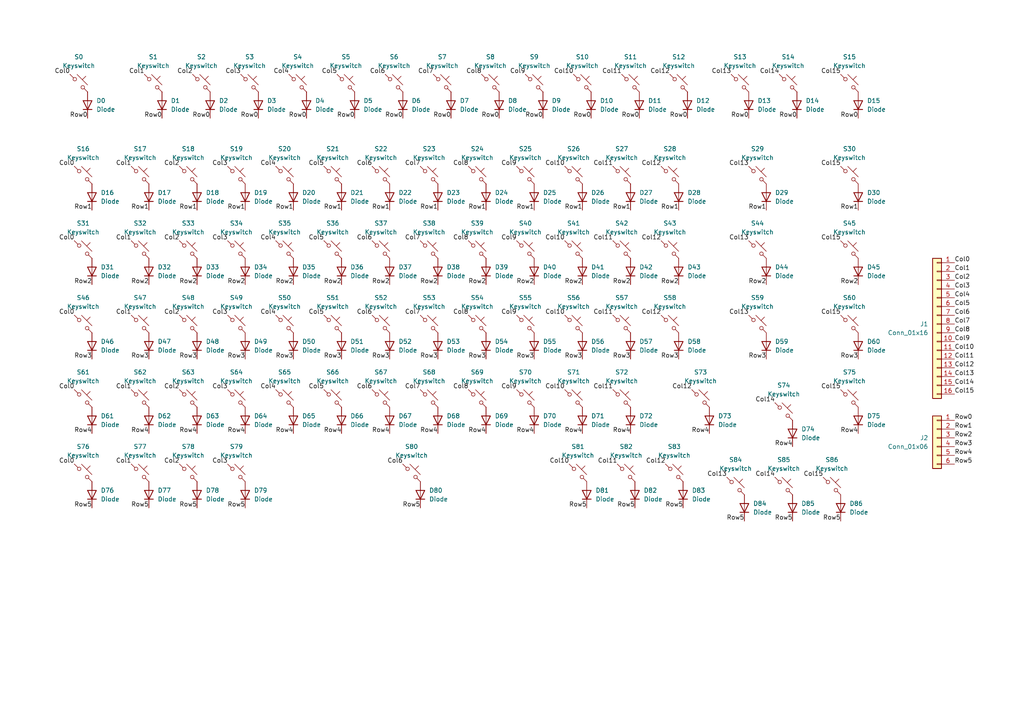
<source format=kicad_sch>
(kicad_sch (version 20250114) (generator "eeschema") (generator_version "9.0")
  (paper "A4")
  (title_block (title "Matrix Board 0") (date "2024-10-04") (rev "0") (company "PsychoDuck"))
  (label "Col9" (at 276.86 99.06 0))
  (label "Col14" (at 226.06 21.59 180))
  (label "Col3" (at 276.86 83.82 0))
  (label "Row1" (at 182.88 60.96 180))
  (label "Row4" (at 182.88 125.73 180))
  (label "Col5" (at 93.98 69.85 180))
  (label "Row2" (at 222.25 82.55 180))
  (label "Row3" (at 99.06 104.14 180))
  (label "Row0" (at 116.84 34.29 180))
  (label "Row1" (at 222.25 60.96 180))
  (label "Col0" (at 21.59 48.26 180))
  (label "Row0" (at 217.17 34.29 180))
  (label "Col6" (at 107.95 69.85 180))
  (label "Row3" (at 71.12 104.14 180))
  (label "Row2" (at 168.91 82.55 180))
  (label "Col13" (at 217.17 48.26 180))
  (label "Row5" (at 243.84 151.13 180))
  (label "Col2" (at 52.07 91.44 180))
  (label "Col11" (at 177.8 69.85 180))
  (label "Row2" (at 248.92 82.55 180))
  (label "Row2" (at 182.88 82.55 180))
  (label "Col6" (at 276.86 91.44 0))
  (label "Col3" (at 66.04 113.03 180))
  (label "Row1" (at 43.18 60.96 180))
  (label "Row4" (at 205.74 125.73 180))
  (label "Row2" (at 276.86 127 0))
  (label "Row5" (at 57.15 147.32 180))
  (label "Col15" (at 243.84 48.26 180))
  (label "Row2" (at 26.67 82.55 180))
  (label "Col4" (at 83.82 21.59 180))
  (label "Row0" (at 88.9 34.29 180))
  (label "Row2" (at 113.03 82.55 180))
  (label "Row4" (at 99.06 125.73 180))
  (label "Col10" (at 166.37 21.59 180))
  (label "Col13" (at 276.86 109.22 0))
  (label "Row5" (at 170.18 147.32 180))
  (label "Row3" (at 57.15 104.14 180))
  (label "Col3" (at 66.04 134.62 180))
  (label "Row4" (at 229.87 129.54 180))
  (label "Col2" (at 276.86 81.28 0))
  (label "Col5" (at 93.98 91.44 180))
  (label "Row3" (at 113.03 104.14 180))
  (label "Row3" (at 85.09 104.14 180))
  (label "Row4" (at 127 125.73 180))
  (label "Row3" (at 182.88 104.14 180))
  (label "Col11" (at 177.8 113.03 180))
  (label "Col9" (at 149.86 69.85 180))
  (label "Col6" (at 107.95 113.03 180))
  (label "Col13" (at 212.09 21.59 180))
  (label "Row4" (at 168.91 125.73 180))
  (label "Col11" (at 180.34 21.59 180))
  (label "Col1" (at 276.86 78.74 0))
  (label "Col3" (at 66.04 69.85 180))
  (label "Row0" (at 130.81 34.29 180))
  (label "Col3" (at 66.04 48.26 180))
  (label "Col0" (at 21.59 113.03 180))
  (label "Row1" (at 248.92 60.96 180))
  (label "Row2" (at 140.97 82.55 180))
  (label "Col8" (at 135.89 69.85 180))
  (label "Col12" (at 191.77 91.44 180))
  (label "Col1" (at 38.1 48.26 180))
  (label "Row5" (at 215.9 151.13 180))
  (label "Col15" (at 238.76 138.43 180))
  (label "Col13" (at 217.17 91.44 180))
  (label "Row3" (at 140.97 104.14 180))
  (label "Row0" (at 46.99 34.29 180))
  (label "Col13" (at 210.82 138.43 180))
  (label "Row0" (at 171.45 34.29 180))
  (label "Row0" (at 25.4 34.29 180))
  (label "Col12" (at 200.66 113.03 180))
  (label "Col2" (at 52.07 48.26 180))
  (label "Row1" (at 57.15 60.96 180))
  (label "Row2" (at 85.09 82.55 180))
  (label "Row1" (at 85.09 60.96 180))
  (label "Row3" (at 168.91 104.14 180))
  (label "Row3" (at 127 104.14 180))
  (label "Col2" (at 52.07 134.62 180))
  (label "Col14" (at 276.86 111.76 0))
  (label "Col10" (at 276.86 101.6 0))
  (label "Col9" (at 149.86 48.26 180))
  (label "Row1" (at 127 60.96 180))
  (label "Col1" (at 41.91 21.59 180))
  (label "Col7" (at 121.92 91.44 180))
  (label "Col10" (at 163.83 91.44 180))
  (label "Row2" (at 127 82.55 180))
  (label "Col15" (at 243.84 69.85 180))
  (label "Col7" (at 121.92 69.85 180))
  (label "Col0" (at 21.59 91.44 180))
  (label "Col6" (at 111.76 21.59 180))
  (label "Row5" (at 71.12 147.32 180))
  (label "Row0" (at 60.96 34.29 180))
  (label "Row0" (at 74.93 34.29 180))
  (label "Row2" (at 57.15 82.55 180))
  (label "Col1" (at 38.1 69.85 180))
  (label "Col0" (at 21.59 134.62 180))
  (label "Col4" (at 80.01 113.03 180))
  (label "Row3" (at 196.85 104.14 180))
  (label "Row2" (at 43.18 82.55 180))
  (label "Row1" (at 168.91 60.96 180))
  (label "Col6" (at 116.84 134.62 180))
  (label "Col1" (at 38.1 113.03 180))
  (label "Col4" (at 80.01 48.26 180))
  (label "Col5" (at 93.98 113.03 180))
  (label "Row1" (at 154.94 60.96 180))
  (label "Col0" (at 21.59 69.85 180))
  (label "Col0" (at 20.32 21.59 180))
  (label "Col9" (at 149.86 91.44 180))
  (label "Col0" (at 276.86 76.2 0))
  (label "Row5" (at 43.18 147.32 180))
  (label "Row4" (at 85.09 125.73 180))
  (label "Row3" (at 26.67 104.14 180))
  (label "Col11" (at 179.07 134.62 180))
  (label "Row1" (at 140.97 60.96 180))
  (label "Col1" (at 38.1 91.44 180))
  (label "Col11" (at 177.8 91.44 180))
  (label "Row0" (at 157.48 34.29 180))
  (label "Col14" (at 224.79 138.43 180))
  (label "Col8" (at 135.89 48.26 180))
  (label "Row0" (at 231.14 34.29 180))
  (label "Col7" (at 276.86 93.98 0))
  (label "Col8" (at 276.86 96.52 0))
  (label "Col11" (at 276.86 104.14 0))
  (label "Col15" (at 243.84 113.03 180))
  (label "Col15" (at 276.86 114.3 0))
  (label "Col12" (at 191.77 69.85 180))
  (label "Row0" (at 248.92 34.29 180))
  (label "Row5" (at 198.12 147.32 180))
  (label "Row3" (at 222.25 104.14 180))
  (label "Col6" (at 107.95 91.44 180))
  (label "Col2" (at 52.07 113.03 180))
  (label "Row0" (at 199.39 34.29 180))
  (label "Col7" (at 121.92 113.03 180))
  (label "Row3" (at 154.94 104.14 180))
  (label "Col10" (at 163.83 113.03 180))
  (label "Row0" (at 276.86 121.92 0))
  (label "Row0" (at 185.42 34.29 180))
  (label "Col15" (at 243.84 91.44 180))
  (label "Col6" (at 107.95 48.26 180))
  (label "Col1" (at 38.1 134.62 180))
  (label "Col15" (at 243.84 21.59 180))
  (label "Col8" (at 135.89 91.44 180))
  (label "Col3" (at 69.85 21.59 180))
  (label "Row2" (at 99.06 82.55 180))
  (label "Row5" (at 276.86 134.62 0))
  (label "Col12" (at 191.77 48.26 180))
  (label "Col2" (at 52.07 69.85 180))
  (label "Row4" (at 140.97 125.73 180))
  (label "Row2" (at 154.94 82.55 180))
  (label "Col4" (at 80.01 91.44 180))
  (label "Row1" (at 196.85 60.96 180))
  (label "Row4" (at 71.12 125.73 180))
  (label "Col10" (at 163.83 48.26 180))
  (label "Row4" (at 57.15 125.73 180))
  (label "Col11" (at 177.8 48.26 180))
  (label "Row1" (at 26.67 60.96 180))
  (label "Row2" (at 196.85 82.55 180))
  (label "Row4" (at 43.18 125.73 180))
  (label "Col5" (at 276.86 88.9 0))
  (label "Col8" (at 135.89 113.03 180))
  (label "Row5" (at 229.87 151.13 180))
  (label "Row4" (at 276.86 132.08 0))
  (label "Col9" (at 152.4 21.59 180))
  (label "Col2" (at 55.88 21.59 180))
  (label "Row4" (at 248.92 125.73 180))
  (label "Col10" (at 165.1 134.62 180))
  (label "Col12" (at 194.31 21.59 180))
  (label "Row2" (at 71.12 82.55 180))
  (label "Row4" (at 26.67 125.73 180))
  (label "Col13" (at 217.17 69.85 180))
  (label "Row3" (at 248.92 104.14 180))
  (label "Row5" (at 121.92 147.32 180))
  (label "Col7" (at 125.73 21.59 180))
  (label "Row5" (at 184.15 147.32 180))
  (label "Col12" (at 193.04 134.62 180))
  (label "Row0" (at 144.78 34.29 180))
  (label "Col5" (at 93.98 48.26 180))
  (label "Col10" (at 163.83 69.85 180))
  (label "Col14" (at 224.79 116.84 180))
  (label "Row1" (at 99.06 60.96 180))
  (label "Col4" (at 80.01 69.85 180))
  (label "Col5" (at 97.79 21.59 180))
  (label "Col7" (at 121.92 48.26 180))
  (label "Col12" (at 276.86 106.68 0))
  (label "Col8" (at 139.7 21.59 180))
  (label "Row4" (at 113.03 125.73 180))
  (label "Row1" (at 113.03 60.96 180))
  (label "Col9" (at 149.86 113.03 180))
  (label "Row1" (at 276.86 124.46 0))
  (label "Col3" (at 66.04 91.44 180))
  (label "Row5" (at 26.67 147.32 180))
  (label "Row1" (at 71.12 60.96 180))
  (label "Row4" (at 154.94 125.73 180))
  (label "Row3" (at 276.86 129.54 0))
  (label "Row0" (at 102.87 34.29 180))
  (label "Row3" (at 43.18 104.14 180))
  (label "Col4" (at 276.86 86.36 0))
  (symbol (lib_id "ScottoKeebs:Placeholder_Keyswitch") (at 195.58 137.16 0) (unit 1)
    (property "Reference" "S83" (at 195.58 129.54 0))
    (property "Value" "Keyswitch" (at 195.58 132.08 0))
    (property "Footprint" "ScottoKeebs_Hotswap:Hotswap_MX_1.00u" (effects (hide yes)))
    (property "Description" "Push button switch, normally open, two pins, 45° tilted" (effects (hide yes)))
  )
  (symbol (lib_id "ScottoKeebs:Placeholder_Keyswitch") (at 138.43 72.39 0) (unit 1)
    (property "Reference" "S39" (at 138.43 64.77 0))
    (property "Value" "Keyswitch" (at 138.43 67.31 0))
    (property "Footprint" "ScottoKeebs_Hotswap:Hotswap_MX_1.00u" (effects (hide yes)))
    (property "Description" "Push button switch, normally open, two pins, 45° tilted" (effects (hide yes)))
  )
  (symbol (lib_id "ScottoKeebs:Placeholder_Diode") (at 184.15 143.51 90) (unit 1)
    (property "Reference" "D82" (at 186.69 142.2399 90) (effects (justify right)))
    (property "Value" "Diode" (at 186.69 144.7799 90) (effects (justify right)))
    (property "Footprint" "Diode_THT:D_DO-35_SOD27_P10.16mm_Horizontal" (effects (hide yes)))
    (property "Description" "1N4148 (DO-35) or 1N4148W (SOD-123)" (effects (hide yes)))
    (property "Sim.Device" "D" (effects (hide yes)))
    (property "Sim.Pins" "1=K 2=A" (effects (hide yes)))
  )
  (symbol (lib_id "ScottoKeebs:Placeholder_Keyswitch") (at 194.31 50.8 0) (unit 1)
    (property "Reference" "S28" (at 194.31 43.18 0))
    (property "Value" "Keyswitch" (at 194.31 45.72 0))
    (property "Footprint" "ScottoKeebs_Hotswap:Hotswap_MX_1.00u" (effects (hide yes)))
    (property "Description" "Push button switch, normally open, two pins, 45° tilted" (effects (hide yes)))
  )
  (symbol (lib_id "ScottoKeebs:Placeholder_Diode") (at 144.78 30.48 90) (unit 1)
    (property "Reference" "D8" (at 147.32 29.2099 90) (effects (justify right)))
    (property "Value" "Diode" (at 147.32 31.7499 90) (effects (justify right)))
    (property "Footprint" "Diode_THT:D_DO-35_SOD27_P10.16mm_Horizontal" (effects (hide yes)))
    (property "Description" "1N4148 (DO-35) or 1N4148W (SOD-123)" (effects (hide yes)))
    (property "Sim.Device" "D" (effects (hide yes)))
    (property "Sim.Pins" "1=K 2=A" (effects (hide yes)))
  )
  (symbol (lib_id "ScottoKeebs:Placeholder_Keyswitch") (at 152.4 93.98 0) (unit 1)
    (property "Reference" "S55" (at 152.4 86.36 0))
    (property "Value" "Keyswitch" (at 152.4 88.9 0))
    (property "Footprint" "ScottoKeebs_Hotswap:Hotswap_MX_1.00u" (effects (hide yes)))
    (property "Description" "Push button switch, normally open, two pins, 45° tilted" (effects (hide yes)))
  )
  (symbol (lib_id "ScottoKeebs:Placeholder_Keyswitch") (at 194.31 72.39 0) (unit 1)
    (property "Reference" "S43" (at 194.31 64.77 0))
    (property "Value" "Keyswitch" (at 194.31 67.31 0))
    (property "Footprint" "ScottoKeebs_Hotswap:Hotswap_MX_1.00u" (effects (hide yes)))
    (property "Description" "Push button switch, normally open, two pins, 45° tilted" (effects (hide yes)))
  )
  (symbol (lib_id "ScottoKeebs:Placeholder_Diode") (at 57.15 57.15 90) (unit 1)
    (property "Reference" "D18" (at 59.69 55.8799 90) (effects (justify right)))
    (property "Value" "Diode" (at 59.69 58.4199 90) (effects (justify right)))
    (property "Footprint" "Diode_THT:D_DO-35_SOD27_P10.16mm_Horizontal" (effects (hide yes)))
    (property "Description" "1N4148 (DO-35) or 1N4148W (SOD-123)" (effects (hide yes)))
    (property "Sim.Device" "D" (effects (hide yes)))
    (property "Sim.Pins" "1=K 2=A" (effects (hide yes)))
  )
  (symbol (lib_id "ScottoKeebs:Placeholder_Diode") (at 25.4 30.48 90) (unit 1)
    (property "Reference" "D0" (at 27.94 29.2099 90) (effects (justify right)))
    (property "Value" "Diode" (at 27.94 31.7499 90) (effects (justify right)))
    (property "Footprint" "Diode_THT:D_DO-35_SOD27_P10.16mm_Horizontal" (effects (hide yes)))
    (property "Description" "1N4148 (DO-35) or 1N4148W (SOD-123)" (effects (hide yes)))
    (property "Sim.Device" "D" (effects (hide yes)))
    (property "Sim.Pins" "1=K 2=A" (effects (hide yes)))
  )
  (symbol (lib_id "ScottoKeebs:Placeholder_Diode") (at 248.92 121.92 90) (unit 1)
    (property "Reference" "D75" (at 251.46 120.6499 90) (effects (justify right)))
    (property "Value" "Diode" (at 251.46 123.1899 90) (effects (justify right)))
    (property "Footprint" "Diode_THT:D_DO-35_SOD27_P10.16mm_Horizontal" (effects (hide yes)))
    (property "Description" "1N4148 (DO-35) or 1N4148W (SOD-123)" (effects (hide yes)))
    (property "Sim.Device" "D" (effects (hide yes)))
    (property "Sim.Pins" "1=K 2=A" (effects (hide yes)))
  )
  (symbol (lib_id "ScottoKeebs:Placeholder_Keyswitch") (at 246.38 72.39 0) (unit 1)
    (property "Reference" "S45" (at 246.38 64.77 0))
    (property "Value" "Keyswitch" (at 246.38 67.31 0))
    (property "Footprint" "ScottoKeebs_Hotswap:Hotswap_MX_1.00u" (effects (hide yes)))
    (property "Description" "Push button switch, normally open, two pins, 45° tilted" (effects (hide yes)))
  )
  (symbol (lib_id "ScottoKeebs:Placeholder_Keyswitch") (at 228.6 24.13 0) (unit 1)
    (property "Reference" "S14" (at 228.6 16.51 0))
    (property "Value" "Keyswitch" (at 228.6 19.05 0))
    (property "Footprint" "ScottoKeebs_Hotswap:Hotswap_MX_1.00u" (effects (hide yes)))
    (property "Description" "Push button switch, normally open, two pins, 45° tilted" (effects (hide yes)))
  )
  (symbol (lib_id "ScottoKeebs:Placeholder_Diode") (at 43.18 143.51 90) (unit 1)
    (property "Reference" "D77" (at 45.72 142.2399 90) (effects (justify right)))
    (property "Value" "Diode" (at 45.72 144.7799 90) (effects (justify right)))
    (property "Footprint" "Diode_THT:D_DO-35_SOD27_P10.16mm_Horizontal" (effects (hide yes)))
    (property "Description" "1N4148 (DO-35) or 1N4148W (SOD-123)" (effects (hide yes)))
    (property "Sim.Device" "D" (effects (hide yes)))
    (property "Sim.Pins" "1=K 2=A" (effects (hide yes)))
  )
  (symbol (lib_id "ScottoKeebs:Placeholder_Keyswitch") (at 138.43 50.8 0) (unit 1)
    (property "Reference" "S24" (at 138.43 43.18 0))
    (property "Value" "Keyswitch" (at 138.43 45.72 0))
    (property "Footprint" "ScottoKeebs_Hotswap:Hotswap_MX_1.00u" (effects (hide yes)))
    (property "Description" "Push button switch, normally open, two pins, 45° tilted" (effects (hide yes)))
  )
  (symbol (lib_id "ScottoKeebs:Placeholder_Diode") (at 99.06 57.15 90) (unit 1)
    (property "Reference" "D21" (at 101.6 55.8799 90) (effects (justify right)))
    (property "Value" "Diode" (at 101.6 58.4199 90) (effects (justify right)))
    (property "Footprint" "Diode_THT:D_DO-35_SOD27_P10.16mm_Horizontal" (effects (hide yes)))
    (property "Description" "1N4148 (DO-35) or 1N4148W (SOD-123)" (effects (hide yes)))
    (property "Sim.Device" "D" (effects (hide yes)))
    (property "Sim.Pins" "1=K 2=A" (effects (hide yes)))
  )
  (symbol (lib_id "ScottoKeebs:Placeholder_Keyswitch") (at 22.86 24.13 0) (unit 1)
    (property "Reference" "S0" (at 22.86 16.51 0))
    (property "Value" "Keyswitch" (at 22.86 19.05 0))
    (property "Footprint" "ScottoKeebs_Hotswap:Hotswap_MX_1.00u" (effects (hide yes)))
    (property "Description" "Push button switch, normally open, two pins, 45° tilted" (effects (hide yes)))
  )
  (symbol (lib_id "ScottoKeebs:Placeholder_Diode") (at 71.12 78.74 90) (unit 1)
    (property "Reference" "D34" (at 73.66 77.4699 90) (effects (justify right)))
    (property "Value" "Diode" (at 73.66 80.0099 90) (effects (justify right)))
    (property "Footprint" "Diode_THT:D_DO-35_SOD27_P10.16mm_Horizontal" (effects (hide yes)))
    (property "Description" "1N4148 (DO-35) or 1N4148W (SOD-123)" (effects (hide yes)))
    (property "Sim.Device" "D" (effects (hide yes)))
    (property "Sim.Pins" "1=K 2=A" (effects (hide yes)))
  )
  (symbol (lib_id "ScottoKeebs:Placeholder_Diode") (at 168.91 57.15 90) (unit 1)
    (property "Reference" "D26" (at 171.45 55.8799 90) (effects (justify right)))
    (property "Value" "Diode" (at 171.45 58.4199 90) (effects (justify right)))
    (property "Footprint" "Diode_THT:D_DO-35_SOD27_P10.16mm_Horizontal" (effects (hide yes)))
    (property "Description" "1N4148 (DO-35) or 1N4148W (SOD-123)" (effects (hide yes)))
    (property "Sim.Device" "D" (effects (hide yes)))
    (property "Sim.Pins" "1=K 2=A" (effects (hide yes)))
  )
  (symbol (lib_id "ScottoKeebs:Placeholder_Keyswitch") (at 246.38 24.13 0) (unit 1)
    (property "Reference" "S15" (at 246.38 16.51 0))
    (property "Value" "Keyswitch" (at 246.38 19.05 0))
    (property "Footprint" "ScottoKeebs_Hotswap:Hotswap_MX_1.00u" (effects (hide yes)))
    (property "Description" "Push button switch, normally open, two pins, 45° tilted" (effects (hide yes)))
  )
  (symbol (lib_id "ScottoKeebs:Placeholder_Diode") (at 196.85 78.74 90) (unit 1)
    (property "Reference" "D43" (at 199.39 77.4699 90) (effects (justify right)))
    (property "Value" "Diode" (at 199.39 80.0099 90) (effects (justify right)))
    (property "Footprint" "Diode_THT:D_DO-35_SOD27_P10.16mm_Horizontal" (effects (hide yes)))
    (property "Description" "1N4148 (DO-35) or 1N4148W (SOD-123)" (effects (hide yes)))
    (property "Sim.Device" "D" (effects (hide yes)))
    (property "Sim.Pins" "1=K 2=A" (effects (hide yes)))
  )
  (symbol (lib_id "ScottoKeebs:Placeholder_Diode") (at 185.42 30.48 90) (unit 1)
    (property "Reference" "D11" (at 187.96 29.2099 90) (effects (justify right)))
    (property "Value" "Diode" (at 187.96 31.7499 90) (effects (justify right)))
    (property "Footprint" "Diode_THT:D_DO-35_SOD27_P10.16mm_Horizontal" (effects (hide yes)))
    (property "Description" "1N4148 (DO-35) or 1N4148W (SOD-123)" (effects (hide yes)))
    (property "Sim.Device" "D" (effects (hide yes)))
    (property "Sim.Pins" "1=K 2=A" (effects (hide yes)))
  )
  (symbol (lib_id "ScottoKeebs:Placeholder_Keyswitch") (at 24.13 93.98 0) (unit 1)
    (property "Reference" "S46" (at 24.13 86.36 0))
    (property "Value" "Keyswitch" (at 24.13 88.9 0))
    (property "Footprint" "ScottoKeebs_Hotswap:Hotswap_MX_1.00u" (effects (hide yes)))
    (property "Description" "Push button switch, normally open, two pins, 45° tilted" (effects (hide yes)))
  )
  (symbol (lib_id "ScottoKeebs:Placeholder_Diode") (at 182.88 78.74 90) (unit 1)
    (property "Reference" "D42" (at 185.42 77.4699 90) (effects (justify right)))
    (property "Value" "Diode" (at 185.42 80.0099 90) (effects (justify right)))
    (property "Footprint" "Diode_THT:D_DO-35_SOD27_P10.16mm_Horizontal" (effects (hide yes)))
    (property "Description" "1N4148 (DO-35) or 1N4148W (SOD-123)" (effects (hide yes)))
    (property "Sim.Device" "D" (effects (hide yes)))
    (property "Sim.Pins" "1=K 2=A" (effects (hide yes)))
  )
  (symbol (lib_id "ScottoKeebs:Placeholder_Keyswitch") (at 40.64 137.16 0) (unit 1)
    (property "Reference" "S77" (at 40.64 129.54 0))
    (property "Value" "Keyswitch" (at 40.64 132.08 0))
    (property "Footprint" "ScottoKeebs_Hotswap:Hotswap_MX_1.00u" (effects (hide yes)))
    (property "Description" "Push button switch, normally open, two pins, 45° tilted" (effects (hide yes)))
  )
  (symbol (lib_id "ScottoKeebs:Placeholder_Diode") (at 196.85 57.15 90) (unit 1)
    (property "Reference" "D28" (at 199.39 55.8799 90) (effects (justify right)))
    (property "Value" "Diode" (at 199.39 58.4199 90) (effects (justify right)))
    (property "Footprint" "Diode_THT:D_DO-35_SOD27_P10.16mm_Horizontal" (effects (hide yes)))
    (property "Description" "1N4148 (DO-35) or 1N4148W (SOD-123)" (effects (hide yes)))
    (property "Sim.Device" "D" (effects (hide yes)))
    (property "Sim.Pins" "1=K 2=A" (effects (hide yes)))
  )
  (symbol (lib_id "ScottoKeebs:Placeholder_Keyswitch") (at 214.63 24.13 0) (unit 1)
    (property "Reference" "S13" (at 214.63 16.51 0))
    (property "Value" "Keyswitch" (at 214.63 19.05 0))
    (property "Footprint" "ScottoKeebs_Hotswap:Hotswap_MX_1.00u" (effects (hide yes)))
    (property "Description" "Push button switch, normally open, two pins, 45° tilted" (effects (hide yes)))
  )
  (symbol (lib_id "ScottoKeebs:Placeholder_Diode") (at 154.94 100.33 90) (unit 1)
    (property "Reference" "D55" (at 157.48 99.0599 90) (effects (justify right)))
    (property "Value" "Diode" (at 157.48 101.5999 90) (effects (justify right)))
    (property "Footprint" "Diode_THT:D_DO-35_SOD27_P10.16mm_Horizontal" (effects (hide yes)))
    (property "Description" "1N4148 (DO-35) or 1N4148W (SOD-123)" (effects (hide yes)))
    (property "Sim.Device" "D" (effects (hide yes)))
    (property "Sim.Pins" "1=K 2=A" (effects (hide yes)))
  )
  (symbol (lib_id "ScottoKeebs:Placeholder_Diode") (at 140.97 121.92 90) (unit 1)
    (property "Reference" "D69" (at 143.51 120.6499 90) (effects (justify right)))
    (property "Value" "Diode" (at 143.51 123.1899 90) (effects (justify right)))
    (property "Footprint" "Diode_THT:D_DO-35_SOD27_P10.16mm_Horizontal" (effects (hide yes)))
    (property "Description" "1N4148 (DO-35) or 1N4148W (SOD-123)" (effects (hide yes)))
    (property "Sim.Device" "D" (effects (hide yes)))
    (property "Sim.Pins" "1=K 2=A" (effects (hide yes)))
  )
  (symbol (lib_id "ScottoKeebs:Placeholder_Keyswitch") (at 124.46 50.8 0) (unit 1)
    (property "Reference" "S23" (at 124.46 43.18 0))
    (property "Value" "Keyswitch" (at 124.46 45.72 0))
    (property "Footprint" "ScottoKeebs_Hotswap:Hotswap_MX_1.00u" (effects (hide yes)))
    (property "Description" "Push button switch, normally open, two pins, 45° tilted" (effects (hide yes)))
  )
  (symbol (lib_id "ScottoKeebs:Placeholder_Diode") (at 113.03 57.15 90) (unit 1)
    (property "Reference" "D22" (at 115.57 55.8799 90) (effects (justify right)))
    (property "Value" "Diode" (at 115.57 58.4199 90) (effects (justify right)))
    (property "Footprint" "Diode_THT:D_DO-35_SOD27_P10.16mm_Horizontal" (effects (hide yes)))
    (property "Description" "1N4148 (DO-35) or 1N4148W (SOD-123)" (effects (hide yes)))
    (property "Sim.Device" "D" (effects (hide yes)))
    (property "Sim.Pins" "1=K 2=A" (effects (hide yes)))
  )
  (symbol (lib_id "ScottoKeebs:Placeholder_Diode") (at 74.93 30.48 90) (unit 1)
    (property "Reference" "D3" (at 77.47 29.2099 90) (effects (justify right)))
    (property "Value" "Diode" (at 77.47 31.7499 90) (effects (justify right)))
    (property "Footprint" "Diode_THT:D_DO-35_SOD27_P10.16mm_Horizontal" (effects (hide yes)))
    (property "Description" "1N4148 (DO-35) or 1N4148W (SOD-123)" (effects (hide yes)))
    (property "Sim.Device" "D" (effects (hide yes)))
    (property "Sim.Pins" "1=K 2=A" (effects (hide yes)))
  )
  (symbol (lib_id "Connector_Generic:Conn_01x16") (at 271.78 93.98 0) (mirror y) (unit 1)
    (property "Reference" "J1" (at 269.24 93.9799 0) (effects (justify left)))
    (property "Value" "Conn_01x16" (at 269.24 96.5199 0) (effects (justify left)))
    (property "Footprint" "Connector_PinSocket_2.54mm:PinSocket_1x16_P2.54mm_Vertical" (effects (hide yes)))
    (property "Description" "Generic connector, single row, 01x16, script generated (kicad-library-utils/schlib/autogen/connector/)" (effects (hide yes)))
  )
  (symbol (lib_id "ScottoKeebs:Placeholder_Keyswitch") (at 166.37 72.39 0) (unit 1)
    (property "Reference" "S41" (at 166.37 64.77 0))
    (property "Value" "Keyswitch" (at 166.37 67.31 0))
    (property "Footprint" "ScottoKeebs_Hotswap:Hotswap_MX_1.00u" (effects (hide yes)))
    (property "Description" "Push button switch, normally open, two pins, 45° tilted" (effects (hide yes)))
  )
  (symbol (lib_id "ScottoKeebs:Placeholder_Keyswitch") (at 110.49 72.39 0) (unit 1)
    (property "Reference" "S37" (at 110.49 64.77 0))
    (property "Value" "Keyswitch" (at 110.49 67.31 0))
    (property "Footprint" "ScottoKeebs_Hotswap:Hotswap_MX_1.00u" (effects (hide yes)))
    (property "Description" "Push button switch, normally open, two pins, 45° tilted" (effects (hide yes)))
  )
  (symbol (lib_id "ScottoKeebs:Placeholder_Keyswitch") (at 124.46 115.57 0) (unit 1)
    (property "Reference" "S68" (at 124.46 107.95 0))
    (property "Value" "Keyswitch" (at 124.46 110.49 0))
    (property "Footprint" "ScottoKeebs_Hotswap:Hotswap_MX_1.00u" (effects (hide yes)))
    (property "Description" "Push button switch, normally open, two pins, 45° tilted" (effects (hide yes)))
  )
  (symbol (lib_id "ScottoKeebs:Placeholder_Keyswitch") (at 219.71 50.8 0) (unit 1)
    (property "Reference" "S29" (at 219.71 43.18 0))
    (property "Value" "Keyswitch" (at 219.71 45.72 0))
    (property "Footprint" "ScottoKeebs_Hotswap:Hotswap_MX_1.00u" (effects (hide yes)))
    (property "Description" "Push button switch, normally open, two pins, 45° tilted" (effects (hide yes)))
  )
  (symbol (lib_id "ScottoKeebs:Placeholder_Diode") (at 99.06 100.33 90) (unit 1)
    (property "Reference" "D51" (at 101.6 99.0599 90) (effects (justify right)))
    (property "Value" "Diode" (at 101.6 101.5999 90) (effects (justify right)))
    (property "Footprint" "Diode_THT:D_DO-35_SOD27_P10.16mm_Horizontal" (effects (hide yes)))
    (property "Description" "1N4148 (DO-35) or 1N4148W (SOD-123)" (effects (hide yes)))
    (property "Sim.Device" "D" (effects (hide yes)))
    (property "Sim.Pins" "1=K 2=A" (effects (hide yes)))
  )
  (symbol (lib_id "ScottoKeebs:Placeholder_Diode") (at 43.18 100.33 90) (unit 1)
    (property "Reference" "D47" (at 45.72 99.0599 90) (effects (justify right)))
    (property "Value" "Diode" (at 45.72 101.5999 90) (effects (justify right)))
    (property "Footprint" "Diode_THT:D_DO-35_SOD27_P10.16mm_Horizontal" (effects (hide yes)))
    (property "Description" "1N4148 (DO-35) or 1N4148W (SOD-123)" (effects (hide yes)))
    (property "Sim.Device" "D" (effects (hide yes)))
    (property "Sim.Pins" "1=K 2=A" (effects (hide yes)))
  )
  (symbol (lib_id "ScottoKeebs:Placeholder_Diode") (at 57.15 78.74 90) (unit 1)
    (property "Reference" "D33" (at 59.69 77.4699 90) (effects (justify right)))
    (property "Value" "Diode" (at 59.69 80.0099 90) (effects (justify right)))
    (property "Footprint" "Diode_THT:D_DO-35_SOD27_P10.16mm_Horizontal" (effects (hide yes)))
    (property "Description" "1N4148 (DO-35) or 1N4148W (SOD-123)" (effects (hide yes)))
    (property "Sim.Device" "D" (effects (hide yes)))
    (property "Sim.Pins" "1=K 2=A" (effects (hide yes)))
  )
  (symbol (lib_id "ScottoKeebs:Placeholder_Keyswitch") (at 54.61 72.39 0) (unit 1)
    (property "Reference" "S33" (at 54.61 64.77 0))
    (property "Value" "Keyswitch" (at 54.61 67.31 0))
    (property "Footprint" "ScottoKeebs_Hotswap:Hotswap_MX_1.00u" (effects (hide yes)))
    (property "Description" "Push button switch, normally open, two pins, 45° tilted" (effects (hide yes)))
  )
  (symbol (lib_id "ScottoKeebs:Placeholder_Keyswitch") (at 181.61 137.16 0) (unit 1)
    (property "Reference" "S82" (at 181.61 129.54 0))
    (property "Value" "Keyswitch" (at 181.61 132.08 0))
    (property "Footprint" "ScottoKeebs_Hotswap:Hotswap_MX_1.00u" (effects (hide yes)))
    (property "Description" "Push button switch, normally open, two pins, 45° tilted" (effects (hide yes)))
  )
  (symbol (lib_id "ScottoKeebs:Placeholder_Keyswitch") (at 124.46 72.39 0) (unit 1)
    (property "Reference" "S38" (at 124.46 64.77 0))
    (property "Value" "Keyswitch" (at 124.46 67.31 0))
    (property "Footprint" "ScottoKeebs_Hotswap:Hotswap_MX_1.00u" (effects (hide yes)))
    (property "Description" "Push button switch, normally open, two pins, 45° tilted" (effects (hide yes)))
  )
  (symbol (lib_id "ScottoKeebs:Placeholder_Keyswitch") (at 40.64 72.39 0) (unit 1)
    (property "Reference" "S32" (at 40.64 64.77 0))
    (property "Value" "Keyswitch" (at 40.64 67.31 0))
    (property "Footprint" "ScottoKeebs_Hotswap:Hotswap_MX_1.00u" (effects (hide yes)))
    (property "Description" "Push button switch, normally open, two pins, 45° tilted" (effects (hide yes)))
  )
  (symbol (lib_id "ScottoKeebs:Placeholder_Keyswitch") (at 182.88 24.13 0) (unit 1)
    (property "Reference" "S11" (at 182.88 16.51 0))
    (property "Value" "Keyswitch" (at 182.88 19.05 0))
    (property "Footprint" "ScottoKeebs_Hotswap:Hotswap_MX_1.00u" (effects (hide yes)))
    (property "Description" "Push button switch, normally open, two pins, 45° tilted" (effects (hide yes)))
  )
  (symbol (lib_id "ScottoKeebs:Placeholder_Diode") (at 127 100.33 90) (unit 1)
    (property "Reference" "D53" (at 129.54 99.0599 90) (effects (justify right)))
    (property "Value" "Diode" (at 129.54 101.5999 90) (effects (justify right)))
    (property "Footprint" "Diode_THT:D_DO-35_SOD27_P10.16mm_Horizontal" (effects (hide yes)))
    (property "Description" "1N4148 (DO-35) or 1N4148W (SOD-123)" (effects (hide yes)))
    (property "Sim.Device" "D" (effects (hide yes)))
    (property "Sim.Pins" "1=K 2=A" (effects (hide yes)))
  )
  (symbol (lib_id "ScottoKeebs:Placeholder_Keyswitch") (at 194.31 93.98 0) (unit 1)
    (property "Reference" "S58" (at 194.31 86.36 0))
    (property "Value" "Keyswitch" (at 194.31 88.9 0))
    (property "Footprint" "ScottoKeebs_Hotswap:Hotswap_MX_1.00u" (effects (hide yes)))
    (property "Description" "Push button switch, normally open, two pins, 45° tilted" (effects (hide yes)))
  )
  (symbol (lib_id "ScottoKeebs:Placeholder_Keyswitch") (at 241.3 140.97 0) (unit 1)
    (property "Reference" "S86" (at 241.3 133.35 0))
    (property "Value" "Keyswitch" (at 241.3 135.89 0))
    (property "Footprint" "ScottoKeebs_Hotswap:Hotswap_MX_1.00u" (effects (hide yes)))
    (property "Description" "Push button switch, normally open, two pins, 45° tilted" (effects (hide yes)))
  )
  (symbol (lib_id "ScottoKeebs:Placeholder_Diode") (at 85.09 78.74 90) (unit 1)
    (property "Reference" "D35" (at 87.63 77.4699 90) (effects (justify right)))
    (property "Value" "Diode" (at 87.63 80.0099 90) (effects (justify right)))
    (property "Footprint" "Diode_THT:D_DO-35_SOD27_P10.16mm_Horizontal" (effects (hide yes)))
    (property "Description" "1N4148 (DO-35) or 1N4148W (SOD-123)" (effects (hide yes)))
    (property "Sim.Device" "D" (effects (hide yes)))
    (property "Sim.Pins" "1=K 2=A" (effects (hide yes)))
  )
  (symbol (lib_id "ScottoKeebs:Placeholder_Diode") (at 248.92 100.33 90) (unit 1)
    (property "Reference" "D60" (at 251.46 99.0599 90) (effects (justify right)))
    (property "Value" "Diode" (at 251.46 101.5999 90) (effects (justify right)))
    (property "Footprint" "Diode_THT:D_DO-35_SOD27_P10.16mm_Horizontal" (effects (hide yes)))
    (property "Description" "1N4148 (DO-35) or 1N4148W (SOD-123)" (effects (hide yes)))
    (property "Sim.Device" "D" (effects (hide yes)))
    (property "Sim.Pins" "1=K 2=A" (effects (hide yes)))
  )
  (symbol (lib_id "ScottoKeebs:Placeholder_Keyswitch") (at 82.55 72.39 0) (unit 1)
    (property "Reference" "S35" (at 82.55 64.77 0))
    (property "Value" "Keyswitch" (at 82.55 67.31 0))
    (property "Footprint" "ScottoKeebs_Hotswap:Hotswap_MX_1.00u" (effects (hide yes)))
    (property "Description" "Push button switch, normally open, two pins, 45° tilted" (effects (hide yes)))
  )
  (symbol (lib_id "ScottoKeebs:Placeholder_Diode") (at 102.87 30.48 90) (unit 1)
    (property "Reference" "D5" (at 105.41 29.2099 90) (effects (justify right)))
    (property "Value" "Diode" (at 105.41 31.7499 90) (effects (justify right)))
    (property "Footprint" "Diode_THT:D_DO-35_SOD27_P10.16mm_Horizontal" (effects (hide yes)))
    (property "Description" "1N4148 (DO-35) or 1N4148W (SOD-123)" (effects (hide yes)))
    (property "Sim.Device" "D" (effects (hide yes)))
    (property "Sim.Pins" "1=K 2=A" (effects (hide yes)))
  )
  (symbol (lib_id "ScottoKeebs:Placeholder_Diode") (at 43.18 78.74 90) (unit 1)
    (property "Reference" "D32" (at 45.72 77.4699 90) (effects (justify right)))
    (property "Value" "Diode" (at 45.72 80.0099 90) (effects (justify right)))
    (property "Footprint" "Diode_THT:D_DO-35_SOD27_P10.16mm_Horizontal" (effects (hide yes)))
    (property "Description" "1N4148 (DO-35) or 1N4148W (SOD-123)" (effects (hide yes)))
    (property "Sim.Device" "D" (effects (hide yes)))
    (property "Sim.Pins" "1=K 2=A" (effects (hide yes)))
  )
  (symbol (lib_id "ScottoKeebs:Placeholder_Diode") (at 26.67 57.15 90) (unit 1)
    (property "Reference" "D16" (at 29.21 55.8799 90) (effects (justify right)))
    (property "Value" "Diode" (at 29.21 58.4199 90) (effects (justify right)))
    (property "Footprint" "Diode_THT:D_DO-35_SOD27_P10.16mm_Horizontal" (effects (hide yes)))
    (property "Description" "1N4148 (DO-35) or 1N4148W (SOD-123)" (effects (hide yes)))
    (property "Sim.Device" "D" (effects (hide yes)))
    (property "Sim.Pins" "1=K 2=A" (effects (hide yes)))
  )
  (symbol (lib_id "ScottoKeebs:Placeholder_Keyswitch") (at 54.61 115.57 0) (unit 1)
    (property "Reference" "S63" (at 54.61 107.95 0))
    (property "Value" "Keyswitch" (at 54.61 110.49 0))
    (property "Footprint" "ScottoKeebs_Hotswap:Hotswap_MX_1.00u" (effects (hide yes)))
    (property "Description" "Push button switch, normally open, two pins, 45° tilted" (effects (hide yes)))
  )
  (symbol (lib_id "ScottoKeebs:Placeholder_Keyswitch") (at 227.33 119.38 0) (unit 1)
    (property "Reference" "S74" (at 227.33 111.76 0))
    (property "Value" "Keyswitch" (at 227.33 114.3 0))
    (property "Footprint" "ScottoKeebs_Hotswap:Hotswap_MX_1.00u" (effects (hide yes)))
    (property "Description" "Push button switch, normally open, two pins, 45° tilted" (effects (hide yes)))
  )
  (symbol (lib_id "ScottoKeebs:Placeholder_Diode") (at 26.67 100.33 90) (unit 1)
    (property "Reference" "D46" (at 29.21 99.0599 90) (effects (justify right)))
    (property "Value" "Diode" (at 29.21 101.5999 90) (effects (justify right)))
    (property "Footprint" "Diode_THT:D_DO-35_SOD27_P10.16mm_Horizontal" (effects (hide yes)))
    (property "Description" "1N4148 (DO-35) or 1N4148W (SOD-123)" (effects (hide yes)))
    (property "Sim.Device" "D" (effects (hide yes)))
    (property "Sim.Pins" "1=K 2=A" (effects (hide yes)))
  )
  (symbol (lib_id "ScottoKeebs:Placeholder_Keyswitch") (at 68.58 50.8 0) (unit 1)
    (property "Reference" "S19" (at 68.58 43.18 0))
    (property "Value" "Keyswitch" (at 68.58 45.72 0))
    (property "Footprint" "ScottoKeebs_Hotswap:Hotswap_MX_1.00u" (effects (hide yes)))
    (property "Description" "Push button switch, normally open, two pins, 45° tilted" (effects (hide yes)))
  )
  (symbol (lib_id "ScottoKeebs:Placeholder_Diode") (at 154.94 78.74 90) (unit 1)
    (property "Reference" "D40" (at 157.48 77.4699 90) (effects (justify right)))
    (property "Value" "Diode" (at 157.48 80.0099 90) (effects (justify right)))
    (property "Footprint" "Diode_THT:D_DO-35_SOD27_P10.16mm_Horizontal" (effects (hide yes)))
    (property "Description" "1N4148 (DO-35) or 1N4148W (SOD-123)" (effects (hide yes)))
    (property "Sim.Device" "D" (effects (hide yes)))
    (property "Sim.Pins" "1=K 2=A" (effects (hide yes)))
  )
  (symbol (lib_id "ScottoKeebs:Placeholder_Keyswitch") (at 227.33 140.97 0) (unit 1)
    (property "Reference" "S85" (at 227.33 133.35 0))
    (property "Value" "Keyswitch" (at 227.33 135.89 0))
    (property "Footprint" "ScottoKeebs_Hotswap:Hotswap_MX_1.00u" (effects (hide yes)))
    (property "Description" "Push button switch, normally open, two pins, 45° tilted" (effects (hide yes)))
  )
  (symbol (lib_id "ScottoKeebs:Placeholder_Keyswitch") (at 203.2 115.57 0) (unit 1)
    (property "Reference" "S73" (at 203.2 107.95 0))
    (property "Value" "Keyswitch" (at 203.2 110.49 0))
    (property "Footprint" "ScottoKeebs_Hotswap:Hotswap_MX_1.00u" (effects (hide yes)))
    (property "Description" "Push button switch, normally open, two pins, 45° tilted" (effects (hide yes)))
  )
  (symbol (lib_id "ScottoKeebs:Placeholder_Diode") (at 222.25 57.15 90) (unit 1)
    (property "Reference" "D29" (at 224.79 55.8799 90) (effects (justify right)))
    (property "Value" "Diode" (at 224.79 58.4199 90) (effects (justify right)))
    (property "Footprint" "Diode_THT:D_DO-35_SOD27_P10.16mm_Horizontal" (effects (hide yes)))
    (property "Description" "1N4148 (DO-35) or 1N4148W (SOD-123)" (effects (hide yes)))
    (property "Sim.Device" "D" (effects (hide yes)))
    (property "Sim.Pins" "1=K 2=A" (effects (hide yes)))
  )
  (symbol (lib_id "ScottoKeebs:Placeholder_Keyswitch") (at 72.39 24.13 0) (unit 1)
    (property "Reference" "S3" (at 72.39 16.51 0))
    (property "Value" "Keyswitch" (at 72.39 19.05 0))
    (property "Footprint" "ScottoKeebs_Hotswap:Hotswap_MX_1.00u" (effects (hide yes)))
    (property "Description" "Push button switch, normally open, two pins, 45° tilted" (effects (hide yes)))
  )
  (symbol (lib_id "ScottoKeebs:Placeholder_Diode") (at 116.84 30.48 90) (unit 1)
    (property "Reference" "D6" (at 119.38 29.2099 90) (effects (justify right)))
    (property "Value" "Diode" (at 119.38 31.7499 90) (effects (justify right)))
    (property "Footprint" "Diode_THT:D_DO-35_SOD27_P10.16mm_Horizontal" (effects (hide yes)))
    (property "Description" "1N4148 (DO-35) or 1N4148W (SOD-123)" (effects (hide yes)))
    (property "Sim.Device" "D" (effects (hide yes)))
    (property "Sim.Pins" "1=K 2=A" (effects (hide yes)))
  )
  (symbol (lib_id "ScottoKeebs:Placeholder_Keyswitch") (at 24.13 72.39 0) (unit 1)
    (property "Reference" "S31" (at 24.13 64.77 0))
    (property "Value" "Keyswitch" (at 24.13 67.31 0))
    (property "Footprint" "ScottoKeebs_Hotswap:Hotswap_MX_1.00u" (effects (hide yes)))
    (property "Description" "Push button switch, normally open, two pins, 45° tilted" (effects (hide yes)))
  )
  (symbol (lib_id "ScottoKeebs:Placeholder_Diode") (at 154.94 57.15 90) (unit 1)
    (property "Reference" "D25" (at 157.48 55.8799 90) (effects (justify right)))
    (property "Value" "Diode" (at 157.48 58.4199 90) (effects (justify right)))
    (property "Footprint" "Diode_THT:D_DO-35_SOD27_P10.16mm_Horizontal" (effects (hide yes)))
    (property "Description" "1N4148 (DO-35) or 1N4148W (SOD-123)" (effects (hide yes)))
    (property "Sim.Device" "D" (effects (hide yes)))
    (property "Sim.Pins" "1=K 2=A" (effects (hide yes)))
  )
  (symbol (lib_id "ScottoKeebs:Placeholder_Diode") (at 199.39 30.48 90) (unit 1)
    (property "Reference" "D12" (at 201.93 29.2099 90) (effects (justify right)))
    (property "Value" "Diode" (at 201.93 31.7499 90) (effects (justify right)))
    (property "Footprint" "Diode_THT:D_DO-35_SOD27_P10.16mm_Horizontal" (effects (hide yes)))
    (property "Description" "1N4148 (DO-35) or 1N4148W (SOD-123)" (effects (hide yes)))
    (property "Sim.Device" "D" (effects (hide yes)))
    (property "Sim.Pins" "1=K 2=A" (effects (hide yes)))
  )
  (symbol (lib_id "ScottoKeebs:Placeholder_Diode") (at 85.09 121.92 90) (unit 1)
    (property "Reference" "D65" (at 87.63 120.6499 90) (effects (justify right)))
    (property "Value" "Diode" (at 87.63 123.1899 90) (effects (justify right)))
    (property "Footprint" "Diode_THT:D_DO-35_SOD27_P10.16mm_Horizontal" (effects (hide yes)))
    (property "Description" "1N4148 (DO-35) or 1N4148W (SOD-123)" (effects (hide yes)))
    (property "Sim.Device" "D" (effects (hide yes)))
    (property "Sim.Pins" "1=K 2=A" (effects (hide yes)))
  )
  (symbol (lib_id "ScottoKeebs:Placeholder_Diode") (at 71.12 100.33 90) (unit 1)
    (property "Reference" "D49" (at 73.66 99.0599 90) (effects (justify right)))
    (property "Value" "Diode" (at 73.66 101.5999 90) (effects (justify right)))
    (property "Footprint" "Diode_THT:D_DO-35_SOD27_P10.16mm_Horizontal" (effects (hide yes)))
    (property "Description" "1N4148 (DO-35) or 1N4148W (SOD-123)" (effects (hide yes)))
    (property "Sim.Device" "D" (effects (hide yes)))
    (property "Sim.Pins" "1=K 2=A" (effects (hide yes)))
  )
  (symbol (lib_id "ScottoKeebs:Placeholder_Keyswitch") (at 54.61 137.16 0) (unit 1)
    (property "Reference" "S78" (at 54.61 129.54 0))
    (property "Value" "Keyswitch" (at 54.61 132.08 0))
    (property "Footprint" "ScottoKeebs_Hotswap:Hotswap_MX_1.00u" (effects (hide yes)))
    (property "Description" "Push button switch, normally open, two pins, 45° tilted" (effects (hide yes)))
  )
  (symbol (lib_id "ScottoKeebs:Placeholder_Diode") (at 60.96 30.48 90) (unit 1)
    (property "Reference" "D2" (at 63.5 29.2099 90) (effects (justify right)))
    (property "Value" "Diode" (at 63.5 31.7499 90) (effects (justify right)))
    (property "Footprint" "Diode_THT:D_DO-35_SOD27_P10.16mm_Horizontal" (effects (hide yes)))
    (property "Description" "1N4148 (DO-35) or 1N4148W (SOD-123)" (effects (hide yes)))
    (property "Sim.Device" "D" (effects (hide yes)))
    (property "Sim.Pins" "1=K 2=A" (effects (hide yes)))
  )
  (symbol (lib_id "ScottoKeebs:Placeholder_Diode") (at 88.9 30.48 90) (unit 1)
    (property "Reference" "D4" (at 91.44 29.2099 90) (effects (justify right)))
    (property "Value" "Diode" (at 91.44 31.7499 90) (effects (justify right)))
    (property "Footprint" "Diode_THT:D_DO-35_SOD27_P10.16mm_Horizontal" (effects (hide yes)))
    (property "Description" "1N4148 (DO-35) or 1N4148W (SOD-123)" (effects (hide yes)))
    (property "Sim.Device" "D" (effects (hide yes)))
    (property "Sim.Pins" "1=K 2=A" (effects (hide yes)))
  )
  (symbol (lib_id "ScottoKeebs:Placeholder_Keyswitch") (at 219.71 72.39 0) (unit 1)
    (property "Reference" "S44" (at 219.71 64.77 0))
    (property "Value" "Keyswitch" (at 219.71 67.31 0))
    (property "Footprint" "ScottoKeebs_Hotswap:Hotswap_MX_1.00u" (effects (hide yes)))
    (property "Description" "Push button switch, normally open, two pins, 45° tilted" (effects (hide yes)))
  )
  (symbol (lib_id "ScottoKeebs:Placeholder_Keyswitch") (at 180.34 93.98 0) (unit 1)
    (property "Reference" "S57" (at 180.34 86.36 0))
    (property "Value" "Keyswitch" (at 180.34 88.9 0))
    (property "Footprint" "ScottoKeebs_Hotswap:Hotswap_MX_1.00u" (effects (hide yes)))
    (property "Description" "Push button switch, normally open, two pins, 45° tilted" (effects (hide yes)))
  )
  (symbol (lib_id "ScottoKeebs:Placeholder_Diode") (at 248.92 78.74 90) (unit 1)
    (property "Reference" "D45" (at 251.46 77.4699 90) (effects (justify right)))
    (property "Value" "Diode" (at 251.46 80.0099 90) (effects (justify right)))
    (property "Footprint" "Diode_THT:D_DO-35_SOD27_P10.16mm_Horizontal" (effects (hide yes)))
    (property "Description" "1N4148 (DO-35) or 1N4148W (SOD-123)" (effects (hide yes)))
    (property "Sim.Device" "D" (effects (hide yes)))
    (property "Sim.Pins" "1=K 2=A" (effects (hide yes)))
  )
  (symbol (lib_id "ScottoKeebs:Placeholder_Keyswitch") (at 152.4 50.8 0) (unit 1)
    (property "Reference" "S25" (at 152.4 43.18 0))
    (property "Value" "Keyswitch" (at 152.4 45.72 0))
    (property "Footprint" "ScottoKeebs_Hotswap:Hotswap_MX_1.00u" (effects (hide yes)))
    (property "Description" "Push button switch, normally open, two pins, 45° tilted" (effects (hide yes)))
  )
  (symbol (lib_id "ScottoKeebs:Placeholder_Keyswitch") (at 213.36 140.97 0) (unit 1)
    (property "Reference" "S84" (at 213.36 133.35 0))
    (property "Value" "Keyswitch" (at 213.36 135.89 0))
    (property "Footprint" "ScottoKeebs_Hotswap:Hotswap_MX_1.00u" (effects (hide yes)))
    (property "Description" "Push button switch, normally open, two pins, 45° tilted" (effects (hide yes)))
  )
  (symbol (lib_id "ScottoKeebs:Placeholder_Diode") (at 231.14 30.48 90) (unit 1)
    (property "Reference" "D14" (at 233.68 29.2099 90) (effects (justify right)))
    (property "Value" "Diode" (at 233.68 31.7499 90) (effects (justify right)))
    (property "Footprint" "Diode_THT:D_DO-35_SOD27_P10.16mm_Horizontal" (effects (hide yes)))
    (property "Description" "1N4148 (DO-35) or 1N4148W (SOD-123)" (effects (hide yes)))
    (property "Sim.Device" "D" (effects (hide yes)))
    (property "Sim.Pins" "1=K 2=A" (effects (hide yes)))
  )
  (symbol (lib_id "ScottoKeebs:Placeholder_Keyswitch") (at 180.34 50.8 0) (unit 1)
    (property "Reference" "S27" (at 180.34 43.18 0))
    (property "Value" "Keyswitch" (at 180.34 45.72 0))
    (property "Footprint" "ScottoKeebs_Hotswap:Hotswap_MX_1.00u" (effects (hide yes)))
    (property "Description" "Push button switch, normally open, two pins, 45° tilted" (effects (hide yes)))
  )
  (symbol (lib_id "ScottoKeebs:Placeholder_Diode") (at 217.17 30.48 90) (unit 1)
    (property "Reference" "D13" (at 219.71 29.2099 90) (effects (justify right)))
    (property "Value" "Diode" (at 219.71 31.7499 90) (effects (justify right)))
    (property "Footprint" "Diode_THT:D_DO-35_SOD27_P10.16mm_Horizontal" (effects (hide yes)))
    (property "Description" "1N4148 (DO-35) or 1N4148W (SOD-123)" (effects (hide yes)))
    (property "Sim.Device" "D" (effects (hide yes)))
    (property "Sim.Pins" "1=K 2=A" (effects (hide yes)))
  )
  (symbol (lib_id "ScottoKeebs:Placeholder_Diode") (at 113.03 78.74 90) (unit 1)
    (property "Reference" "D37" (at 115.57 77.4699 90) (effects (justify right)))
    (property "Value" "Diode" (at 115.57 80.0099 90) (effects (justify right)))
    (property "Footprint" "Diode_THT:D_DO-35_SOD27_P10.16mm_Horizontal" (effects (hide yes)))
    (property "Description" "1N4148 (DO-35) or 1N4148W (SOD-123)" (effects (hide yes)))
    (property "Sim.Device" "D" (effects (hide yes)))
    (property "Sim.Pins" "1=K 2=A" (effects (hide yes)))
  )
  (symbol (lib_id "ScottoKeebs:Placeholder_Diode") (at 127 78.74 90) (unit 1)
    (property "Reference" "D38" (at 129.54 77.4699 90) (effects (justify right)))
    (property "Value" "Diode" (at 129.54 80.0099 90) (effects (justify right)))
    (property "Footprint" "Diode_THT:D_DO-35_SOD27_P10.16mm_Horizontal" (effects (hide yes)))
    (property "Description" "1N4148 (DO-35) or 1N4148W (SOD-123)" (effects (hide yes)))
    (property "Sim.Device" "D" (effects (hide yes)))
    (property "Sim.Pins" "1=K 2=A" (effects (hide yes)))
  )
  (symbol (lib_id "ScottoKeebs:Placeholder_Keyswitch") (at 180.34 115.57 0) (unit 1)
    (property "Reference" "S72" (at 180.34 107.95 0))
    (property "Value" "Keyswitch" (at 180.34 110.49 0))
    (property "Footprint" "ScottoKeebs_Hotswap:Hotswap_MX_1.00u" (effects (hide yes)))
    (property "Description" "Push button switch, normally open, two pins, 45° tilted" (effects (hide yes)))
  )
  (symbol (lib_id "ScottoKeebs:Placeholder_Keyswitch") (at 128.27 24.13 0) (unit 1)
    (property "Reference" "S7" (at 128.27 16.51 0))
    (property "Value" "Keyswitch" (at 128.27 19.05 0))
    (property "Footprint" "ScottoKeebs_Hotswap:Hotswap_MX_1.00u" (effects (hide yes)))
    (property "Description" "Push button switch, normally open, two pins, 45° tilted" (effects (hide yes)))
  )
  (symbol (lib_id "ScottoKeebs:Placeholder_Diode") (at 154.94 121.92 90) (unit 1)
    (property "Reference" "D70" (at 157.48 120.6499 90) (effects (justify right)))
    (property "Value" "Diode" (at 157.48 123.1899 90) (effects (justify right)))
    (property "Footprint" "Diode_THT:D_DO-35_SOD27_P10.16mm_Horizontal" (effects (hide yes)))
    (property "Description" "1N4148 (DO-35) or 1N4148W (SOD-123)" (effects (hide yes)))
    (property "Sim.Device" "D" (effects (hide yes)))
    (property "Sim.Pins" "1=K 2=A" (effects (hide yes)))
  )
  (symbol (lib_id "ScottoKeebs:Placeholder_Diode") (at 57.15 100.33 90) (unit 1)
    (property "Reference" "D48" (at 59.69 99.0599 90) (effects (justify right)))
    (property "Value" "Diode" (at 59.69 101.5999 90) (effects (justify right)))
    (property "Footprint" "Diode_THT:D_DO-35_SOD27_P10.16mm_Horizontal" (effects (hide yes)))
    (property "Description" "1N4148 (DO-35) or 1N4148W (SOD-123)" (effects (hide yes)))
    (property "Sim.Device" "D" (effects (hide yes)))
    (property "Sim.Pins" "1=K 2=A" (effects (hide yes)))
  )
  (symbol (lib_id "ScottoKeebs:Placeholder_Diode") (at 198.12 143.51 90) (unit 1)
    (property "Reference" "D83" (at 200.66 142.2399 90) (effects (justify right)))
    (property "Value" "Diode" (at 200.66 144.7799 90) (effects (justify right)))
    (property "Footprint" "Diode_THT:D_DO-35_SOD27_P10.16mm_Horizontal" (effects (hide yes)))
    (property "Description" "1N4148 (DO-35) or 1N4148W (SOD-123)" (effects (hide yes)))
    (property "Sim.Device" "D" (effects (hide yes)))
    (property "Sim.Pins" "1=K 2=A" (effects (hide yes)))
  )
  (symbol (lib_id "ScottoKeebs:Placeholder_Diode") (at 182.88 57.15 90) (unit 1)
    (property "Reference" "D27" (at 185.42 55.8799 90) (effects (justify right)))
    (property "Value" "Diode" (at 185.42 58.4199 90) (effects (justify right)))
    (property "Footprint" "Diode_THT:D_DO-35_SOD27_P10.16mm_Horizontal" (effects (hide yes)))
    (property "Description" "1N4148 (DO-35) or 1N4148W (SOD-123)" (effects (hide yes)))
    (property "Sim.Device" "D" (effects (hide yes)))
    (property "Sim.Pins" "1=K 2=A" (effects (hide yes)))
  )
  (symbol (lib_id "ScottoKeebs:Placeholder_Diode") (at 229.87 147.32 90) (unit 1)
    (property "Reference" "D85" (at 232.41 146.0499 90) (effects (justify right)))
    (property "Value" "Diode" (at 232.41 148.5899 90) (effects (justify right)))
    (property "Footprint" "Diode_THT:D_DO-35_SOD27_P10.16mm_Horizontal" (effects (hide yes)))
    (property "Description" "1N4148 (DO-35) or 1N4148W (SOD-123)" (effects (hide yes)))
    (property "Sim.Device" "D" (effects (hide yes)))
    (property "Sim.Pins" "1=K 2=A" (effects (hide yes)))
  )
  (symbol (lib_id "ScottoKeebs:Placeholder_Diode") (at 140.97 100.33 90) (unit 1)
    (property "Reference" "D54" (at 143.51 99.0599 90) (effects (justify right)))
    (property "Value" "Diode" (at 143.51 101.5999 90) (effects (justify right)))
    (property "Footprint" "Diode_THT:D_DO-35_SOD27_P10.16mm_Horizontal" (effects (hide yes)))
    (property "Description" "1N4148 (DO-35) or 1N4148W (SOD-123)" (effects (hide yes)))
    (property "Sim.Device" "D" (effects (hide yes)))
    (property "Sim.Pins" "1=K 2=A" (effects (hide yes)))
  )
  (symbol (lib_id "ScottoKeebs:Placeholder_Diode") (at 127 121.92 90) (unit 1)
    (property "Reference" "D68" (at 129.54 120.6499 90) (effects (justify right)))
    (property "Value" "Diode" (at 129.54 123.1899 90) (effects (justify right)))
    (property "Footprint" "Diode_THT:D_DO-35_SOD27_P10.16mm_Horizontal" (effects (hide yes)))
    (property "Description" "1N4148 (DO-35) or 1N4148W (SOD-123)" (effects (hide yes)))
    (property "Sim.Device" "D" (effects (hide yes)))
    (property "Sim.Pins" "1=K 2=A" (effects (hide yes)))
  )
  (symbol (lib_id "ScottoKeebs:Placeholder_Diode") (at 113.03 100.33 90) (unit 1)
    (property "Reference" "D52" (at 115.57 99.0599 90) (effects (justify right)))
    (property "Value" "Diode" (at 115.57 101.5999 90) (effects (justify right)))
    (property "Footprint" "Diode_THT:D_DO-35_SOD27_P10.16mm_Horizontal" (effects (hide yes)))
    (property "Description" "1N4148 (DO-35) or 1N4148W (SOD-123)" (effects (hide yes)))
    (property "Sim.Device" "D" (effects (hide yes)))
    (property "Sim.Pins" "1=K 2=A" (effects (hide yes)))
  )
  (symbol (lib_id "ScottoKeebs:Placeholder_Keyswitch") (at 68.58 72.39 0) (unit 1)
    (property "Reference" "S34" (at 68.58 64.77 0))
    (property "Value" "Keyswitch" (at 68.58 67.31 0))
    (property "Footprint" "ScottoKeebs_Hotswap:Hotswap_MX_1.00u" (effects (hide yes)))
    (property "Description" "Push button switch, normally open, two pins, 45° tilted" (effects (hide yes)))
  )
  (symbol (lib_id "ScottoKeebs:Placeholder_Diode") (at 171.45 30.48 90) (unit 1)
    (property "Reference" "D10" (at 173.99 29.2099 90) (effects (justify right)))
    (property "Value" "Diode" (at 173.99 31.7499 90) (effects (justify right)))
    (property "Footprint" "Diode_THT:D_DO-35_SOD27_P10.16mm_Horizontal" (effects (hide yes)))
    (property "Description" "1N4148 (DO-35) or 1N4148W (SOD-123)" (effects (hide yes)))
    (property "Sim.Device" "D" (effects (hide yes)))
    (property "Sim.Pins" "1=K 2=A" (effects (hide yes)))
  )
  (symbol (lib_id "ScottoKeebs:Placeholder_Diode") (at 196.85 100.33 90) (unit 1)
    (property "Reference" "D58" (at 199.39 99.0599 90) (effects (justify right)))
    (property "Value" "Diode" (at 199.39 101.5999 90) (effects (justify right)))
    (property "Footprint" "Diode_THT:D_DO-35_SOD27_P10.16mm_Horizontal" (effects (hide yes)))
    (property "Description" "1N4148 (DO-35) or 1N4148W (SOD-123)" (effects (hide yes)))
    (property "Sim.Device" "D" (effects (hide yes)))
    (property "Sim.Pins" "1=K 2=A" (effects (hide yes)))
  )
  (symbol (lib_id "ScottoKeebs:Placeholder_Diode") (at 229.87 125.73 90) (unit 1)
    (property "Reference" "D74" (at 232.41 124.4599 90) (effects (justify right)))
    (property "Value" "Diode" (at 232.41 126.9999 90) (effects (justify right)))
    (property "Footprint" "Diode_THT:D_DO-35_SOD27_P10.16mm_Horizontal" (effects (hide yes)))
    (property "Description" "1N4148 (DO-35) or 1N4148W (SOD-123)" (effects (hide yes)))
    (property "Sim.Device" "D" (effects (hide yes)))
    (property "Sim.Pins" "1=K 2=A" (effects (hide yes)))
  )
  (symbol (lib_id "ScottoKeebs:Placeholder_Diode") (at 215.9 147.32 90) (unit 1)
    (property "Reference" "D84" (at 218.44 146.0499 90) (effects (justify right)))
    (property "Value" "Diode" (at 218.44 148.5899 90) (effects (justify right)))
    (property "Footprint" "Diode_THT:D_DO-35_SOD27_P10.16mm_Horizontal" (effects (hide yes)))
    (property "Description" "1N4148 (DO-35) or 1N4148W (SOD-123)" (effects (hide yes)))
    (property "Sim.Device" "D" (effects (hide yes)))
    (property "Sim.Pins" "1=K 2=A" (effects (hide yes)))
  )
  (symbol (lib_id "ScottoKeebs:Placeholder_Keyswitch") (at 180.34 72.39 0) (unit 1)
    (property "Reference" "S42" (at 180.34 64.77 0))
    (property "Value" "Keyswitch" (at 180.34 67.31 0))
    (property "Footprint" "ScottoKeebs_Hotswap:Hotswap_MX_1.00u" (effects (hide yes)))
    (property "Description" "Push button switch, normally open, two pins, 45° tilted" (effects (hide yes)))
  )
  (symbol (lib_id "ScottoKeebs:Placeholder_Diode") (at 170.18 143.51 90) (unit 1)
    (property "Reference" "D81" (at 172.72 142.2399 90) (effects (justify right)))
    (property "Value" "Diode" (at 172.72 144.7799 90) (effects (justify right)))
    (property "Footprint" "Diode_THT:D_DO-35_SOD27_P10.16mm_Horizontal" (effects (hide yes)))
    (property "Description" "1N4148 (DO-35) or 1N4148W (SOD-123)" (effects (hide yes)))
    (property "Sim.Device" "D" (effects (hide yes)))
    (property "Sim.Pins" "1=K 2=A" (effects (hide yes)))
  )
  (symbol (lib_id "ScottoKeebs:Placeholder_Diode") (at 168.91 100.33 90) (unit 1)
    (property "Reference" "D56" (at 171.45 99.0599 90) (effects (justify right)))
    (property "Value" "Diode" (at 171.45 101.5999 90) (effects (justify right)))
    (property "Footprint" "Diode_THT:D_DO-35_SOD27_P10.16mm_Horizontal" (effects (hide yes)))
    (property "Description" "1N4148 (DO-35) or 1N4148W (SOD-123)" (effects (hide yes)))
    (property "Sim.Device" "D" (effects (hide yes)))
    (property "Sim.Pins" "1=K 2=A" (effects (hide yes)))
  )
  (symbol (lib_id "ScottoKeebs:Placeholder_Keyswitch") (at 142.24 24.13 0) (unit 1)
    (property "Reference" "S8" (at 142.24 16.51 0))
    (property "Value" "Keyswitch" (at 142.24 19.05 0))
    (property "Footprint" "ScottoKeebs_Hotswap:Hotswap_MX_1.00u" (effects (hide yes)))
    (property "Description" "Push button switch, normally open, two pins, 45° tilted" (effects (hide yes)))
  )
  (symbol (lib_id "ScottoKeebs:Placeholder_Keyswitch") (at 168.91 24.13 0) (unit 1)
    (property "Reference" "S10" (at 168.91 16.51 0))
    (property "Value" "Keyswitch" (at 168.91 19.05 0))
    (property "Footprint" "ScottoKeebs_Hotswap:Hotswap_MX_1.00u" (effects (hide yes)))
    (property "Description" "Push button switch, normally open, two pins, 45° tilted" (effects (hide yes)))
  )
  (symbol (lib_id "ScottoKeebs:Placeholder_Keyswitch") (at 96.52 72.39 0) (unit 1)
    (property "Reference" "S36" (at 96.52 64.77 0))
    (property "Value" "Keyswitch" (at 96.52 67.31 0))
    (property "Footprint" "ScottoKeebs_Hotswap:Hotswap_MX_1.00u" (effects (hide yes)))
    (property "Description" "Push button switch, normally open, two pins, 45° tilted" (effects (hide yes)))
  )
  (symbol (lib_id "ScottoKeebs:Placeholder_Keyswitch") (at 40.64 50.8 0) (unit 1)
    (property "Reference" "S17" (at 40.64 43.18 0))
    (property "Value" "Keyswitch" (at 40.64 45.72 0))
    (property "Footprint" "ScottoKeebs_Hotswap:Hotswap_MX_1.00u" (effects (hide yes)))
    (property "Description" "Push button switch, normally open, two pins, 45° tilted" (effects (hide yes)))
  )
  (symbol (lib_id "ScottoKeebs:Placeholder_Diode") (at 26.67 143.51 90) (unit 1)
    (property "Reference" "D76" (at 29.21 142.2399 90) (effects (justify right)))
    (property "Value" "Diode" (at 29.21 144.7799 90) (effects (justify right)))
    (property "Footprint" "Diode_THT:D_DO-35_SOD27_P10.16mm_Horizontal" (effects (hide yes)))
    (property "Description" "1N4148 (DO-35) or 1N4148W (SOD-123)" (effects (hide yes)))
    (property "Sim.Device" "D" (effects (hide yes)))
    (property "Sim.Pins" "1=K 2=A" (effects (hide yes)))
  )
  (symbol (lib_id "ScottoKeebs:Placeholder_Diode") (at 71.12 57.15 90) (unit 1)
    (property "Reference" "D19" (at 73.66 55.8799 90) (effects (justify right)))
    (property "Value" "Diode" (at 73.66 58.4199 90) (effects (justify right)))
    (property "Footprint" "Diode_THT:D_DO-35_SOD27_P10.16mm_Horizontal" (effects (hide yes)))
    (property "Description" "1N4148 (DO-35) or 1N4148W (SOD-123)" (effects (hide yes)))
    (property "Sim.Device" "D" (effects (hide yes)))
    (property "Sim.Pins" "1=K 2=A" (effects (hide yes)))
  )
  (symbol (lib_id "ScottoKeebs:Placeholder_Keyswitch") (at 44.45 24.13 0) (unit 1)
    (property "Reference" "S1" (at 44.45 16.51 0))
    (property "Value" "Keyswitch" (at 44.45 19.05 0))
    (property "Footprint" "ScottoKeebs_Hotswap:Hotswap_MX_1.00u" (effects (hide yes)))
    (property "Description" "Push button switch, normally open, two pins, 45° tilted" (effects (hide yes)))
  )
  (symbol (lib_id "ScottoKeebs:Placeholder_Keyswitch") (at 166.37 50.8 0) (unit 1)
    (property "Reference" "S26" (at 166.37 43.18 0))
    (property "Value" "Keyswitch" (at 166.37 45.72 0))
    (property "Footprint" "ScottoKeebs_Hotswap:Hotswap_MX_1.00u" (effects (hide yes)))
    (property "Description" "Push button switch, normally open, two pins, 45° tilted" (effects (hide yes)))
  )
  (symbol (lib_id "ScottoKeebs:Placeholder_Keyswitch") (at 68.58 115.57 0) (unit 1)
    (property "Reference" "S64" (at 68.58 107.95 0))
    (property "Value" "Keyswitch" (at 68.58 110.49 0))
    (property "Footprint" "ScottoKeebs_Hotswap:Hotswap_MX_1.00u" (effects (hide yes)))
    (property "Description" "Push button switch, normally open, two pins, 45° tilted" (effects (hide yes)))
  )
  (symbol (lib_id "ScottoKeebs:Placeholder_Diode") (at 248.92 30.48 90) (unit 1)
    (property "Reference" "D15" (at 251.46 29.2099 90) (effects (justify right)))
    (property "Value" "Diode" (at 251.46 31.7499 90) (effects (justify right)))
    (property "Footprint" "Diode_THT:D_DO-35_SOD27_P10.16mm_Horizontal" (effects (hide yes)))
    (property "Description" "1N4148 (DO-35) or 1N4148W (SOD-123)" (effects (hide yes)))
    (property "Sim.Device" "D" (effects (hide yes)))
    (property "Sim.Pins" "1=K 2=A" (effects (hide yes)))
  )
  (symbol (lib_id "ScottoKeebs:Placeholder_Diode") (at 243.84 147.32 90) (unit 1)
    (property "Reference" "D86" (at 246.38 146.0499 90) (effects (justify right)))
    (property "Value" "Diode" (at 246.38 148.5899 90) (effects (justify right)))
    (property "Footprint" "Diode_THT:D_DO-35_SOD27_P10.16mm_Horizontal" (effects (hide yes)))
    (property "Description" "1N4148 (DO-35) or 1N4148W (SOD-123)" (effects (hide yes)))
    (property "Sim.Device" "D" (effects (hide yes)))
    (property "Sim.Pins" "1=K 2=A" (effects (hide yes)))
  )
  (symbol (lib_id "ScottoKeebs:Placeholder_Keyswitch") (at 96.52 93.98 0) (unit 1)
    (property "Reference" "S51" (at 96.52 86.36 0))
    (property "Value" "Keyswitch" (at 96.52 88.9 0))
    (property "Footprint" "ScottoKeebs_Hotswap:Hotswap_MX_1.00u" (effects (hide yes)))
    (property "Description" "Push button switch, normally open, two pins, 45° tilted" (effects (hide yes)))
  )
  (symbol (lib_id "ScottoKeebs:Placeholder_Diode") (at 26.67 78.74 90) (unit 1)
    (property "Reference" "D31" (at 29.21 77.4699 90) (effects (justify right)))
    (property "Value" "Diode" (at 29.21 80.0099 90) (effects (justify right)))
    (property "Footprint" "Diode_THT:D_DO-35_SOD27_P10.16mm_Horizontal" (effects (hide yes)))
    (property "Description" "1N4148 (DO-35) or 1N4148W (SOD-123)" (effects (hide yes)))
    (property "Sim.Device" "D" (effects (hide yes)))
    (property "Sim.Pins" "1=K 2=A" (effects (hide yes)))
  )
  (symbol (lib_id "ScottoKeebs:Placeholder_Diode") (at 57.15 143.51 90) (unit 1)
    (property "Reference" "D78" (at 59.69 142.2399 90) (effects (justify right)))
    (property "Value" "Diode" (at 59.69 144.7799 90) (effects (justify right)))
    (property "Footprint" "Diode_THT:D_DO-35_SOD27_P10.16mm_Horizontal" (effects (hide yes)))
    (property "Description" "1N4148 (DO-35) or 1N4148W (SOD-123)" (effects (hide yes)))
    (property "Sim.Device" "D" (effects (hide yes)))
    (property "Sim.Pins" "1=K 2=A" (effects (hide yes)))
  )
  (symbol (lib_id "ScottoKeebs:Placeholder_Diode") (at 57.15 121.92 90) (unit 1)
    (property "Reference" "D63" (at 59.69 120.6499 90) (effects (justify right)))
    (property "Value" "Diode" (at 59.69 123.1899 90) (effects (justify right)))
    (property "Footprint" "Diode_THT:D_DO-35_SOD27_P10.16mm_Horizontal" (effects (hide yes)))
    (property "Description" "1N4148 (DO-35) or 1N4148W (SOD-123)" (effects (hide yes)))
    (property "Sim.Device" "D" (effects (hide yes)))
    (property "Sim.Pins" "1=K 2=A" (effects (hide yes)))
  )
  (symbol (lib_id "ScottoKeebs:Placeholder_Keyswitch") (at 40.64 93.98 0) (unit 1)
    (property "Reference" "S47" (at 40.64 86.36 0))
    (property "Value" "Keyswitch" (at 40.64 88.9 0))
    (property "Footprint" "ScottoKeebs_Hotswap:Hotswap_MX_1.00u" (effects (hide yes)))
    (property "Description" "Push button switch, normally open, two pins, 45° tilted" (effects (hide yes)))
  )
  (symbol (lib_id "ScottoKeebs:Placeholder_Keyswitch") (at 246.38 93.98 0) (unit 1)
    (property "Reference" "S60" (at 246.38 86.36 0))
    (property "Value" "Keyswitch" (at 246.38 88.9 0))
    (property "Footprint" "ScottoKeebs_Hotswap:Hotswap_MX_1.00u" (effects (hide yes)))
    (property "Description" "Push button switch, normally open, two pins, 45° tilted" (effects (hide yes)))
  )
  (symbol (lib_id "ScottoKeebs:Placeholder_Keyswitch") (at 196.85 24.13 0) (unit 1)
    (property "Reference" "S12" (at 196.85 16.51 0))
    (property "Value" "Keyswitch" (at 196.85 19.05 0))
    (property "Footprint" "ScottoKeebs_Hotswap:Hotswap_MX_1.00u" (effects (hide yes)))
    (property "Description" "Push button switch, normally open, two pins, 45° tilted" (effects (hide yes)))
  )
  (symbol (lib_id "ScottoKeebs:Placeholder_Diode") (at 168.91 121.92 90) (unit 1)
    (property "Reference" "D71" (at 171.45 120.6499 90) (effects (justify right)))
    (property "Value" "Diode" (at 171.45 123.1899 90) (effects (justify right)))
    (property "Footprint" "Diode_THT:D_DO-35_SOD27_P10.16mm_Horizontal" (effects (hide yes)))
    (property "Description" "1N4148 (DO-35) or 1N4148W (SOD-123)" (effects (hide yes)))
    (property "Sim.Device" "D" (effects (hide yes)))
    (property "Sim.Pins" "1=K 2=A" (effects (hide yes)))
  )
  (symbol (lib_id "ScottoKeebs:Placeholder_Diode") (at 99.06 121.92 90) (unit 1)
    (property "Reference" "D66" (at 101.6 120.6499 90) (effects (justify right)))
    (property "Value" "Diode" (at 101.6 123.1899 90) (effects (justify right)))
    (property "Footprint" "Diode_THT:D_DO-35_SOD27_P10.16mm_Horizontal" (effects (hide yes)))
    (property "Description" "1N4148 (DO-35) or 1N4148W (SOD-123)" (effects (hide yes)))
    (property "Sim.Device" "D" (effects (hide yes)))
    (property "Sim.Pins" "1=K 2=A" (effects (hide yes)))
  )
  (symbol (lib_id "ScottoKeebs:Placeholder_Diode") (at 130.81 30.48 90) (unit 1)
    (property "Reference" "D7" (at 133.35 29.2099 90) (effects (justify right)))
    (property "Value" "Diode" (at 133.35 31.7499 90) (effects (justify right)))
    (property "Footprint" "Diode_THT:D_DO-35_SOD27_P10.16mm_Horizontal" (effects (hide yes)))
    (property "Description" "1N4148 (DO-35) or 1N4148W (SOD-123)" (effects (hide yes)))
    (property "Sim.Device" "D" (effects (hide yes)))
    (property "Sim.Pins" "1=K 2=A" (effects (hide yes)))
  )
  (symbol (lib_id "ScottoKeebs:Placeholder_Diode") (at 26.67 121.92 90) (unit 1)
    (property "Reference" "D61" (at 29.21 120.6499 90) (effects (justify right)))
    (property "Value" "Diode" (at 29.21 123.1899 90) (effects (justify right)))
    (property "Footprint" "Diode_THT:D_DO-35_SOD27_P10.16mm_Horizontal" (effects (hide yes)))
    (property "Description" "1N4148 (DO-35) or 1N4148W (SOD-123)" (effects (hide yes)))
    (property "Sim.Device" "D" (effects (hide yes)))
    (property "Sim.Pins" "1=K 2=A" (effects (hide yes)))
  )
  (symbol (lib_id "ScottoKeebs:Placeholder_Diode") (at 113.03 121.92 90) (unit 1)
    (property "Reference" "D67" (at 115.57 120.6499 90) (effects (justify right)))
    (property "Value" "Diode" (at 115.57 123.1899 90) (effects (justify right)))
    (property "Footprint" "Diode_THT:D_DO-35_SOD27_P10.16mm_Horizontal" (effects (hide yes)))
    (property "Description" "1N4148 (DO-35) or 1N4148W (SOD-123)" (effects (hide yes)))
    (property "Sim.Device" "D" (effects (hide yes)))
    (property "Sim.Pins" "1=K 2=A" (effects (hide yes)))
  )
  (symbol (lib_id "ScottoKeebs:Placeholder_Keyswitch") (at 24.13 115.57 0) (unit 1)
    (property "Reference" "S61" (at 24.13 107.95 0))
    (property "Value" "Keyswitch" (at 24.13 110.49 0))
    (property "Footprint" "ScottoKeebs_Hotswap:Hotswap_MX_1.00u" (effects (hide yes)))
    (property "Description" "Push button switch, normally open, two pins, 45° tilted" (effects (hide yes)))
  )
  (symbol (lib_id "ScottoKeebs:Placeholder_Diode") (at 99.06 78.74 90) (unit 1)
    (property "Reference" "D36" (at 101.6 77.4699 90) (effects (justify right)))
    (property "Value" "Diode" (at 101.6 80.0099 90) (effects (justify right)))
    (property "Footprint" "Diode_THT:D_DO-35_SOD27_P10.16mm_Horizontal" (effects (hide yes)))
    (property "Description" "1N4148 (DO-35) or 1N4148W (SOD-123)" (effects (hide yes)))
    (property "Sim.Device" "D" (effects (hide yes)))
    (property "Sim.Pins" "1=K 2=A" (effects (hide yes)))
  )
  (symbol (lib_id "ScottoKeebs:Placeholder_Keyswitch") (at 110.49 93.98 0) (unit 1)
    (property "Reference" "S52" (at 110.49 86.36 0))
    (property "Value" "Keyswitch" (at 110.49 88.9 0))
    (property "Footprint" "ScottoKeebs_Hotswap:Hotswap_MX_1.00u" (effects (hide yes)))
    (property "Description" "Push button switch, normally open, two pins, 45° tilted" (effects (hide yes)))
  )
  (symbol (lib_id "ScottoKeebs:Placeholder_Diode") (at 121.92 143.51 90) (unit 1)
    (property "Reference" "D80" (at 124.46 142.2399 90) (effects (justify right)))
    (property "Value" "Diode" (at 124.46 144.7799 90) (effects (justify right)))
    (property "Footprint" "Diode_THT:D_DO-35_SOD27_P10.16mm_Horizontal" (effects (hide yes)))
    (property "Description" "1N4148 (DO-35) or 1N4148W (SOD-123)" (effects (hide yes)))
    (property "Sim.Device" "D" (effects (hide yes)))
    (property "Sim.Pins" "1=K 2=A" (effects (hide yes)))
  )
  (symbol (lib_id "ScottoKeebs:Placeholder_Diode") (at 71.12 121.92 90) (unit 1)
    (property "Reference" "D64" (at 73.66 120.6499 90) (effects (justify right)))
    (property "Value" "Diode" (at 73.66 123.1899 90) (effects (justify right)))
    (property "Footprint" "Diode_THT:D_DO-35_SOD27_P10.16mm_Horizontal" (effects (hide yes)))
    (property "Description" "1N4148 (DO-35) or 1N4148W (SOD-123)" (effects (hide yes)))
    (property "Sim.Device" "D" (effects (hide yes)))
    (property "Sim.Pins" "1=K 2=A" (effects (hide yes)))
  )
  (symbol (lib_id "Connector_Generic:Conn_01x06") (at 271.78 127 0) (mirror y) (unit 1)
    (property "Reference" "J2" (at 269.24 126.9999 0) (effects (justify left)))
    (property "Value" "Conn_01x06" (at 269.24 129.5399 0) (effects (justify left)))
    (property "Footprint" "Connector_PinHeader_2.54mm:PinHeader_1x06_P2.54mm_Vertical" (effects (hide yes)))
    (property "Description" "Generic connector, single row, 01x06, script generated (kicad-library-utils/schlib/autogen/connector/)" (effects (hide yes)))
  )
  (symbol (lib_id "ScottoKeebs:Placeholder_Diode") (at 85.09 57.15 90) (unit 1)
    (property "Reference" "D20" (at 87.63 55.8799 90) (effects (justify right)))
    (property "Value" "Diode" (at 87.63 58.4199 90) (effects (justify right)))
    (property "Footprint" "Diode_THT:D_DO-35_SOD27_P10.16mm_Horizontal" (effects (hide yes)))
    (property "Description" "1N4148 (DO-35) or 1N4148W (SOD-123)" (effects (hide yes)))
    (property "Sim.Device" "D" (effects (hide yes)))
    (property "Sim.Pins" "1=K 2=A" (effects (hide yes)))
  )
  (symbol (lib_id "ScottoKeebs:Placeholder_Diode") (at 140.97 78.74 90) (unit 1)
    (property "Reference" "D39" (at 143.51 77.4699 90) (effects (justify right)))
    (property "Value" "Diode" (at 143.51 80.0099 90) (effects (justify right)))
    (property "Footprint" "Diode_THT:D_DO-35_SOD27_P10.16mm_Horizontal" (effects (hide yes)))
    (property "Description" "1N4148 (DO-35) or 1N4148W (SOD-123)" (effects (hide yes)))
    (property "Sim.Device" "D" (effects (hide yes)))
    (property "Sim.Pins" "1=K 2=A" (effects (hide yes)))
  )
  (symbol (lib_id "ScottoKeebs:Placeholder_Keyswitch") (at 138.43 93.98 0) (unit 1)
    (property "Reference" "S54" (at 138.43 86.36 0))
    (property "Value" "Keyswitch" (at 138.43 88.9 0))
    (property "Footprint" "ScottoKeebs_Hotswap:Hotswap_MX_1.00u" (effects (hide yes)))
    (property "Description" "Push button switch, normally open, two pins, 45° tilted" (effects (hide yes)))
  )
  (symbol (lib_id "ScottoKeebs:Placeholder_Keyswitch") (at 110.49 115.57 0) (unit 1)
    (property "Reference" "S67" (at 110.49 107.95 0))
    (property "Value" "Keyswitch" (at 110.49 110.49 0))
    (property "Footprint" "ScottoKeebs_Hotswap:Hotswap_MX_1.00u" (effects (hide yes)))
    (property "Description" "Push button switch, normally open, two pins, 45° tilted" (effects (hide yes)))
  )
  (symbol (lib_id "ScottoKeebs:Placeholder_Keyswitch") (at 138.43 115.57 0) (unit 1)
    (property "Reference" "S69" (at 138.43 107.95 0))
    (property "Value" "Keyswitch" (at 138.43 110.49 0))
    (property "Footprint" "ScottoKeebs_Hotswap:Hotswap_MX_1.00u" (effects (hide yes)))
    (property "Description" "Push button switch, normally open, two pins, 45° tilted" (effects (hide yes)))
  )
  (symbol (lib_id "ScottoKeebs:Placeholder_Keyswitch") (at 54.61 93.98 0) (unit 1)
    (property "Reference" "S48" (at 54.61 86.36 0))
    (property "Value" "Keyswitch" (at 54.61 88.9 0))
    (property "Footprint" "ScottoKeebs_Hotswap:Hotswap_MX_1.00u" (effects (hide yes)))
    (property "Description" "Push button switch, normally open, two pins, 45° tilted" (effects (hide yes)))
  )
  (symbol (lib_id "ScottoKeebs:Placeholder_Keyswitch") (at 124.46 93.98 0) (unit 1)
    (property "Reference" "S53" (at 124.46 86.36 0))
    (property "Value" "Keyswitch" (at 124.46 88.9 0))
    (property "Footprint" "ScottoKeebs_Hotswap:Hotswap_MX_1.00u" (effects (hide yes)))
    (property "Description" "Push button switch, normally open, two pins, 45° tilted" (effects (hide yes)))
  )
  (symbol (lib_id "ScottoKeebs:Placeholder_Keyswitch") (at 166.37 93.98 0) (unit 1)
    (property "Reference" "S56" (at 166.37 86.36 0))
    (property "Value" "Keyswitch" (at 166.37 88.9 0))
    (property "Footprint" "ScottoKeebs_Hotswap:Hotswap_MX_1.00u" (effects (hide yes)))
    (property "Description" "Push button switch, normally open, two pins, 45° tilted" (effects (hide yes)))
  )
  (symbol (lib_id "ScottoKeebs:Placeholder_Keyswitch") (at 86.36 24.13 0) (unit 1)
    (property "Reference" "S4" (at 86.36 16.51 0))
    (property "Value" "Keyswitch" (at 86.36 19.05 0))
    (property "Footprint" "ScottoKeebs_Hotswap:Hotswap_MX_1.00u" (effects (hide yes)))
    (property "Description" "Push button switch, normally open, two pins, 45° tilted" (effects (hide yes)))
  )
  (symbol (lib_id "ScottoKeebs:Placeholder_Diode") (at 140.97 57.15 90) (unit 1)
    (property "Reference" "D24" (at 143.51 55.8799 90) (effects (justify right)))
    (property "Value" "Diode" (at 143.51 58.4199 90) (effects (justify right)))
    (property "Footprint" "Diode_THT:D_DO-35_SOD27_P10.16mm_Horizontal" (effects (hide yes)))
    (property "Description" "1N4148 (DO-35) or 1N4148W (SOD-123)" (effects (hide yes)))
    (property "Sim.Device" "D" (effects (hide yes)))
    (property "Sim.Pins" "1=K 2=A" (effects (hide yes)))
  )
  (symbol (lib_id "ScottoKeebs:Placeholder_Diode") (at 157.48 30.48 90) (unit 1)
    (property "Reference" "D9" (at 160.02 29.2099 90) (effects (justify right)))
    (property "Value" "Diode" (at 160.02 31.7499 90) (effects (justify right)))
    (property "Footprint" "Diode_THT:D_DO-35_SOD27_P10.16mm_Horizontal" (effects (hide yes)))
    (property "Description" "1N4148 (DO-35) or 1N4148W (SOD-123)" (effects (hide yes)))
    (property "Sim.Device" "D" (effects (hide yes)))
    (property "Sim.Pins" "1=K 2=A" (effects (hide yes)))
  )
  (symbol (lib_id "ScottoKeebs:Placeholder_Diode") (at 182.88 100.33 90) (unit 1)
    (property "Reference" "D57" (at 185.42 99.0599 90) (effects (justify right)))
    (property "Value" "Diode" (at 185.42 101.5999 90) (effects (justify right)))
    (property "Footprint" "Diode_THT:D_DO-35_SOD27_P10.16mm_Horizontal" (effects (hide yes)))
    (property "Description" "1N4148 (DO-35) or 1N4148W (SOD-123)" (effects (hide yes)))
    (property "Sim.Device" "D" (effects (hide yes)))
    (property "Sim.Pins" "1=K 2=A" (effects (hide yes)))
  )
  (symbol (lib_id "ScottoKeebs:Placeholder_Keyswitch") (at 167.64 137.16 0) (unit 1)
    (property "Reference" "S81" (at 167.64 129.54 0))
    (property "Value" "Keyswitch" (at 167.64 132.08 0))
    (property "Footprint" "ScottoKeebs_Hotswap:Hotswap_MX_1.00u" (effects (hide yes)))
    (property "Description" "Push button switch, normally open, two pins, 45° tilted" (effects (hide yes)))
  )
  (symbol (lib_id "ScottoKeebs:Placeholder_Diode") (at 127 57.15 90) (unit 1)
    (property "Reference" "D23" (at 129.54 55.8799 90) (effects (justify right)))
    (property "Value" "Diode" (at 129.54 58.4199 90) (effects (justify right)))
    (property "Footprint" "Diode_THT:D_DO-35_SOD27_P10.16mm_Horizontal" (effects (hide yes)))
    (property "Description" "1N4148 (DO-35) or 1N4148W (SOD-123)" (effects (hide yes)))
    (property "Sim.Device" "D" (effects (hide yes)))
    (property "Sim.Pins" "1=K 2=A" (effects (hide yes)))
  )
  (symbol (lib_id "ScottoKeebs:Placeholder_Keyswitch") (at 58.42 24.13 0) (unit 1)
    (property "Reference" "S2" (at 58.42 16.51 0))
    (property "Value" "Keyswitch" (at 58.42 19.05 0))
    (property "Footprint" "ScottoKeebs_Hotswap:Hotswap_MX_1.00u" (effects (hide yes)))
    (property "Description" "Push button switch, normally open, two pins, 45° tilted" (effects (hide yes)))
  )
  (symbol (lib_id "ScottoKeebs:Placeholder_Diode") (at 71.12 143.51 90) (unit 1)
    (property "Reference" "D79" (at 73.66 142.2399 90) (effects (justify right)))
    (property "Value" "Diode" (at 73.66 144.7799 90) (effects (justify right)))
    (property "Footprint" "Diode_THT:D_DO-35_SOD27_P10.16mm_Horizontal" (effects (hide yes)))
    (property "Description" "1N4148 (DO-35) or 1N4148W (SOD-123)" (effects (hide yes)))
    (property "Sim.Device" "D" (effects (hide yes)))
    (property "Sim.Pins" "1=K 2=A" (effects (hide yes)))
  )
  (symbol (lib_id "ScottoKeebs:Placeholder_Keyswitch") (at 82.55 50.8 0) (unit 1)
    (property "Reference" "S20" (at 82.55 43.18 0))
    (property "Value" "Keyswitch" (at 82.55 45.72 0))
    (property "Footprint" "ScottoKeebs_Hotswap:Hotswap_MX_1.00u" (effects (hide yes)))
    (property "Description" "Push button switch, normally open, two pins, 45° tilted" (effects (hide yes)))
  )
  (symbol (lib_id "ScottoKeebs:Placeholder_Diode") (at 43.18 121.92 90) (unit 1)
    (property "Reference" "D62" (at 45.72 120.6499 90) (effects (justify right)))
    (property "Value" "Diode" (at 45.72 123.1899 90) (effects (justify right)))
    (property "Footprint" "Diode_THT:D_DO-35_SOD27_P10.16mm_Horizontal" (effects (hide yes)))
    (property "Description" "1N4148 (DO-35) or 1N4148W (SOD-123)" (effects (hide yes)))
    (property "Sim.Device" "D" (effects (hide yes)))
    (property "Sim.Pins" "1=K 2=A" (effects (hide yes)))
  )
  (symbol (lib_id "ScottoKeebs:Placeholder_Keyswitch") (at 110.49 50.8 0) (unit 1)
    (property "Reference" "S22" (at 110.49 43.18 0))
    (property "Value" "Keyswitch" (at 110.49 45.72 0))
    (property "Footprint" "ScottoKeebs_Hotswap:Hotswap_MX_1.00u" (effects (hide yes)))
    (property "Description" "Push button switch, normally open, two pins, 45° tilted" (effects (hide yes)))
  )
  (symbol (lib_id "ScottoKeebs:Placeholder_Diode") (at 248.92 57.15 90) (unit 1)
    (property "Reference" "D30" (at 251.46 55.8799 90) (effects (justify right)))
    (property "Value" "Diode" (at 251.46 58.4199 90) (effects (justify right)))
    (property "Footprint" "Diode_THT:D_DO-35_SOD27_P10.16mm_Horizontal" (effects (hide yes)))
    (property "Description" "1N4148 (DO-35) or 1N4148W (SOD-123)" (effects (hide yes)))
    (property "Sim.Device" "D" (effects (hide yes)))
    (property "Sim.Pins" "1=K 2=A" (effects (hide yes)))
  )
  (symbol (lib_id "ScottoKeebs:Placeholder_Diode") (at 43.18 57.15 90) (unit 1)
    (property "Reference" "D17" (at 45.72 55.8799 90) (effects (justify right)))
    (property "Value" "Diode" (at 45.72 58.4199 90) (effects (justify right)))
    (property "Footprint" "Diode_THT:D_DO-35_SOD27_P10.16mm_Horizontal" (effects (hide yes)))
    (property "Description" "1N4148 (DO-35) or 1N4148W (SOD-123)" (effects (hide yes)))
    (property "Sim.Device" "D" (effects (hide yes)))
    (property "Sim.Pins" "1=K 2=A" (effects (hide yes)))
  )
  (symbol (lib_id "ScottoKeebs:Placeholder_Diode") (at 46.99 30.48 90) (unit 1)
    (property "Reference" "D1" (at 49.53 29.2099 90) (effects (justify right)))
    (property "Value" "Diode" (at 49.53 31.7499 90) (effects (justify right)))
    (property "Footprint" "Diode_THT:D_DO-35_SOD27_P10.16mm_Horizontal" (effects (hide yes)))
    (property "Description" "1N4148 (DO-35) or 1N4148W (SOD-123)" (effects (hide yes)))
    (property "Sim.Device" "D" (effects (hide yes)))
    (property "Sim.Pins" "1=K 2=A" (effects (hide yes)))
  )
  (symbol (lib_id "ScottoKeebs:Placeholder_Keyswitch") (at 54.61 50.8 0) (unit 1)
    (property "Reference" "S18" (at 54.61 43.18 0))
    (property "Value" "Keyswitch" (at 54.61 45.72 0))
    (property "Footprint" "ScottoKeebs_Hotswap:Hotswap_MX_1.00u" (effects (hide yes)))
    (property "Description" "Push button switch, normally open, two pins, 45° tilted" (effects (hide yes)))
  )
  (symbol (lib_id "ScottoKeebs:Placeholder_Keyswitch") (at 119.38 137.16 0) (unit 1)
    (property "Reference" "S80" (at 119.38 129.54 0))
    (property "Value" "Keyswitch" (at 119.38 132.08 0))
    (property "Footprint" "ScottoKeebs_Hotswap:Hotswap_MX_1.00u" (effects (hide yes)))
    (property "Description" "Push button switch, normally open, two pins, 45° tilted" (effects (hide yes)))
  )
  (symbol (lib_id "ScottoKeebs:Placeholder_Keyswitch") (at 24.13 137.16 0) (unit 1)
    (property "Reference" "S76" (at 24.13 129.54 0))
    (property "Value" "Keyswitch" (at 24.13 132.08 0))
    (property "Footprint" "ScottoKeebs_Hotswap:Hotswap_MX_1.00u" (effects (hide yes)))
    (property "Description" "Push button switch, normally open, two pins, 45° tilted" (effects (hide yes)))
  )
  (symbol (lib_id "ScottoKeebs:Placeholder_Keyswitch") (at 68.58 93.98 0) (unit 1)
    (property "Reference" "S49" (at 68.58 86.36 0))
    (property "Value" "Keyswitch" (at 68.58 88.9 0))
    (property "Footprint" "ScottoKeebs_Hotswap:Hotswap_MX_1.00u" (effects (hide yes)))
    (property "Description" "Push button switch, normally open, two pins, 45° tilted" (effects (hide yes)))
  )
  (symbol (lib_id "ScottoKeebs:Placeholder_Diode") (at 182.88 121.92 90) (unit 1)
    (property "Reference" "D72" (at 185.42 120.6499 90) (effects (justify right)))
    (property "Value" "Diode" (at 185.42 123.1899 90) (effects (justify right)))
    (property "Footprint" "Diode_THT:D_DO-35_SOD27_P10.16mm_Horizontal" (effects (hide yes)))
    (property "Description" "1N4148 (DO-35) or 1N4148W (SOD-123)" (effects (hide yes)))
    (property "Sim.Device" "D" (effects (hide yes)))
    (property "Sim.Pins" "1=K 2=A" (effects (hide yes)))
  )
  (symbol (lib_id "ScottoKeebs:Placeholder_Diode") (at 222.25 78.74 90) (unit 1)
    (property "Reference" "D44" (at 224.79 77.4699 90) (effects (justify right)))
    (property "Value" "Diode" (at 224.79 80.0099 90) (effects (justify right)))
    (property "Footprint" "Diode_THT:D_DO-35_SOD27_P10.16mm_Horizontal" (effects (hide yes)))
    (property "Description" "1N4148 (DO-35) or 1N4148W (SOD-123)" (effects (hide yes)))
    (property "Sim.Device" "D" (effects (hide yes)))
    (property "Sim.Pins" "1=K 2=A" (effects (hide yes)))
  )
  (symbol (lib_id "ScottoKeebs:Placeholder_Keyswitch") (at 219.71 93.98 0) (unit 1)
    (property "Reference" "S59" (at 219.71 86.36 0))
    (property "Value" "Keyswitch" (at 219.71 88.9 0))
    (property "Footprint" "ScottoKeebs_Hotswap:Hotswap_MX_1.00u" (effects (hide yes)))
    (property "Description" "Push button switch, normally open, two pins, 45° tilted" (effects (hide yes)))
  )
  (symbol (lib_id "ScottoKeebs:Placeholder_Keyswitch") (at 152.4 115.57 0) (unit 1)
    (property "Reference" "S70" (at 152.4 107.95 0))
    (property "Value" "Keyswitch" (at 152.4 110.49 0))
    (property "Footprint" "ScottoKeebs_Hotswap:Hotswap_MX_1.00u" (effects (hide yes)))
    (property "Description" "Push button switch, normally open, two pins, 45° tilted" (effects (hide yes)))
  )
  (symbol (lib_id "ScottoKeebs:Placeholder_Keyswitch") (at 154.94 24.13 0) (unit 1)
    (property "Reference" "S9" (at 154.94 16.51 0))
    (property "Value" "Keyswitch" (at 154.94 19.05 0))
    (property "Footprint" "ScottoKeebs_Hotswap:Hotswap_MX_1.00u" (effects (hide yes)))
    (property "Description" "Push button switch, normally open, two pins, 45° tilted" (effects (hide yes)))
  )
  (symbol (lib_id "ScottoKeebs:Placeholder_Keyswitch") (at 100.33 24.13 0) (unit 1)
    (property "Reference" "S5" (at 100.33 16.51 0))
    (property "Value" "Keyswitch" (at 100.33 19.05 0))
    (property "Footprint" "ScottoKeebs_Hotswap:Hotswap_MX_1.00u" (effects (hide yes)))
    (property "Description" "Push button switch, normally open, two pins, 45° tilted" (effects (hide yes)))
  )
  (symbol (lib_id "ScottoKeebs:Placeholder_Keyswitch") (at 96.52 50.8 0) (unit 1)
    (property "Reference" "S21" (at 96.52 43.18 0))
    (property "Value" "Keyswitch" (at 96.52 45.72 0))
    (property "Footprint" "ScottoKeebs_Hotswap:Hotswap_MX_1.00u" (effects (hide yes)))
    (property "Description" "Push button switch, normally open, two pins, 45° tilted" (effects (hide yes)))
  )
  (symbol (lib_id "ScottoKeebs:Placeholder_Diode") (at 168.91 78.74 90) (unit 1)
    (property "Reference" "D41" (at 171.45 77.4699 90) (effects (justify right)))
    (property "Value" "Diode" (at 171.45 80.0099 90) (effects (justify right)))
    (property "Footprint" "Diode_THT:D_DO-35_SOD27_P10.16mm_Horizontal" (effects (hide yes)))
    (property "Description" "1N4148 (DO-35) or 1N4148W (SOD-123)" (effects (hide yes)))
    (property "Sim.Device" "D" (effects (hide yes)))
    (property "Sim.Pins" "1=K 2=A" (effects (hide yes)))
  )
  (symbol (lib_id "ScottoKeebs:Placeholder_Keyswitch") (at 114.3 24.13 0) (unit 1)
    (property "Reference" "S6" (at 114.3 16.51 0))
    (property "Value" "Keyswitch" (at 114.3 19.05 0))
    (property "Footprint" "ScottoKeebs_Hotswap:Hotswap_MX_1.00u" (effects (hide yes)))
    (property "Description" "Push button switch, normally open, two pins, 45° tilted" (effects (hide yes)))
  )
  (symbol (lib_id "ScottoKeebs:Placeholder_Keyswitch") (at 246.38 115.57 0) (unit 1)
    (property "Reference" "S75" (at 246.38 107.95 0))
    (property "Value" "Keyswitch" (at 246.38 110.49 0))
    (property "Footprint" "ScottoKeebs_Hotswap:Hotswap_MX_1.00u" (effects (hide yes)))
    (property "Description" "Push button switch, normally open, two pins, 45° tilted" (effects (hide yes)))
  )
  (symbol (lib_id "ScottoKeebs:Placeholder_Diode") (at 222.25 100.33 90) (unit 1)
    (property "Reference" "D59" (at 224.79 99.0599 90) (effects (justify right)))
    (property "Value" "Diode" (at 224.79 101.5999 90) (effects (justify right)))
    (property "Footprint" "Diode_THT:D_DO-35_SOD27_P10.16mm_Horizontal" (effects (hide yes)))
    (property "Description" "1N4148 (DO-35) or 1N4148W (SOD-123)" (effects (hide yes)))
    (property "Sim.Device" "D" (effects (hide yes)))
    (property "Sim.Pins" "1=K 2=A" (effects (hide yes)))
  )
  (symbol (lib_id "ScottoKeebs:Placeholder_Keyswitch") (at 82.55 93.98 0) (unit 1)
    (property "Reference" "S50" (at 82.55 86.36 0))
    (property "Value" "Keyswitch" (at 82.55 88.9 0))
    (property "Footprint" "ScottoKeebs_Hotswap:Hotswap_MX_1.00u" (effects (hide yes)))
    (property "Description" "Push button switch, normally open, two pins, 45° tilted" (effects (hide yes)))
  )
  (symbol (lib_id "ScottoKeebs:Placeholder_Keyswitch") (at 96.52 115.57 0) (unit 1)
    (property "Reference" "S66" (at 96.52 107.95 0))
    (property "Value" "Keyswitch" (at 96.52 110.49 0))
    (property "Footprint" "ScottoKeebs_Hotswap:Hotswap_MX_1.00u" (effects (hide yes)))
    (property "Description" "Push button switch, normally open, two pins, 45° tilted" (effects (hide yes)))
  )
  (symbol (lib_id "ScottoKeebs:Placeholder_Keyswitch") (at 152.4 72.39 0) (unit 1)
    (property "Reference" "S40" (at 152.4 64.77 0))
    (property "Value" "Keyswitch" (at 152.4 67.31 0))
    (property "Footprint" "ScottoKeebs_Hotswap:Hotswap_MX_1.00u" (effects (hide yes)))
    (property "Description" "Push button switch, normally open, two pins, 45° tilted" (effects (hide yes)))
  )
  (symbol (lib_id "ScottoKeebs:Placeholder_Keyswitch") (at 68.58 137.16 0) (unit 1)
    (property "Reference" "S79" (at 68.58 129.54 0))
    (property "Value" "Keyswitch" (at 68.58 132.08 0))
    (property "Footprint" "ScottoKeebs_Hotswap:Hotswap_MX_1.00u" (effects (hide yes)))
    (property "Description" "Push button switch, normally open, two pins, 45° tilted" (effects (hide yes)))
  )
  (symbol (lib_id "ScottoKeebs:Placeholder_Keyswitch") (at 246.38 50.8 0) (unit 1)
    (property "Reference" "S30" (at 246.38 43.18 0))
    (property "Value" "Keyswitch" (at 246.38 45.72 0))
    (property "Footprint" "ScottoKeebs_Hotswap:Hotswap_MX_1.00u" (effects (hide yes)))
    (property "Description" "Push button switch, normally open, two pins, 45° tilted" (effects (hide yes)))
  )
  (symbol (lib_id "ScottoKeebs:Placeholder_Keyswitch") (at 24.13 50.8 0) (unit 1)
    (property "Reference" "S16" (at 24.13 43.18 0))
    (property "Value" "Keyswitch" (at 24.13 45.72 0))
    (property "Footprint" "ScottoKeebs_Hotswap:Hotswap_MX_1.00u" (effects (hide yes)))
    (property "Description" "Push button switch, normally open, two pins, 45° tilted" (effects (hide yes)))
  )
  (symbol (lib_id "ScottoKeebs:Placeholder_Diode") (at 85.09 100.33 90) (unit 1)
    (property "Reference" "D50" (at 87.63 99.0599 90) (effects (justify right)))
    (property "Value" "Diode" (at 87.63 101.5999 90) (effects (justify right)))
    (property "Footprint" "Diode_THT:D_DO-35_SOD27_P10.16mm_Horizontal" (effects (hide yes)))
    (property "Description" "1N4148 (DO-35) or 1N4148W (SOD-123)" (effects (hide yes)))
    (property "Sim.Device" "D" (effects (hide yes)))
    (property "Sim.Pins" "1=K 2=A" (effects (hide yes)))
  )
  (symbol (lib_id "ScottoKeebs:Placeholder_Keyswitch") (at 82.55 115.57 0) (unit 1)
    (property "Reference" "S65" (at 82.55 107.95 0))
    (property "Value" "Keyswitch" (at 82.55 110.49 0))
    (property "Footprint" "ScottoKeebs_Hotswap:Hotswap_MX_1.00u" (effects (hide yes)))
    (property "Description" "Push button switch, normally open, two pins, 45° tilted" (effects (hide yes)))
  )
  (symbol (lib_id "ScottoKeebs:Placeholder_Diode") (at 205.74 121.92 90) (unit 1)
    (property "Reference" "D73" (at 208.28 120.6499 90) (effects (justify right)))
    (property "Value" "Diode" (at 208.28 123.1899 90) (effects (justify right)))
    (property "Footprint" "Diode_THT:D_DO-35_SOD27_P10.16mm_Horizontal" (effects (hide yes)))
    (property "Description" "1N4148 (DO-35) or 1N4148W (SOD-123)" (effects (hide yes)))
    (property "Sim.Device" "D" (effects (hide yes)))
    (property "Sim.Pins" "1=K 2=A" (effects (hide yes)))
  )
  (symbol (lib_id "ScottoKeebs:Placeholder_Keyswitch") (at 166.37 115.57 0) (unit 1)
    (property "Reference" "S71" (at 166.37 107.95 0))
    (property "Value" "Keyswitch" (at 166.37 110.49 0))
    (property "Footprint" "ScottoKeebs_Hotswap:Hotswap_MX_1.00u" (effects (hide yes)))
    (property "Description" "Push button switch, normally open, two pins, 45° tilted" (effects (hide yes)))
  )
  (symbol (lib_id "ScottoKeebs:Placeholder_Keyswitch") (at 40.64 115.57 0) (unit 1)
    (property "Reference" "S62" (at 40.64 107.95 0))
    (property "Value" "Keyswitch" (at 40.64 110.49 0))
    (property "Footprint" "ScottoKeebs_Hotswap:Hotswap_MX_1.00u" (effects (hide yes)))
    (property "Description" "Push button switch, normally open, two pins, 45° tilted" (effects (hide yes)))
  )
)
</source>
